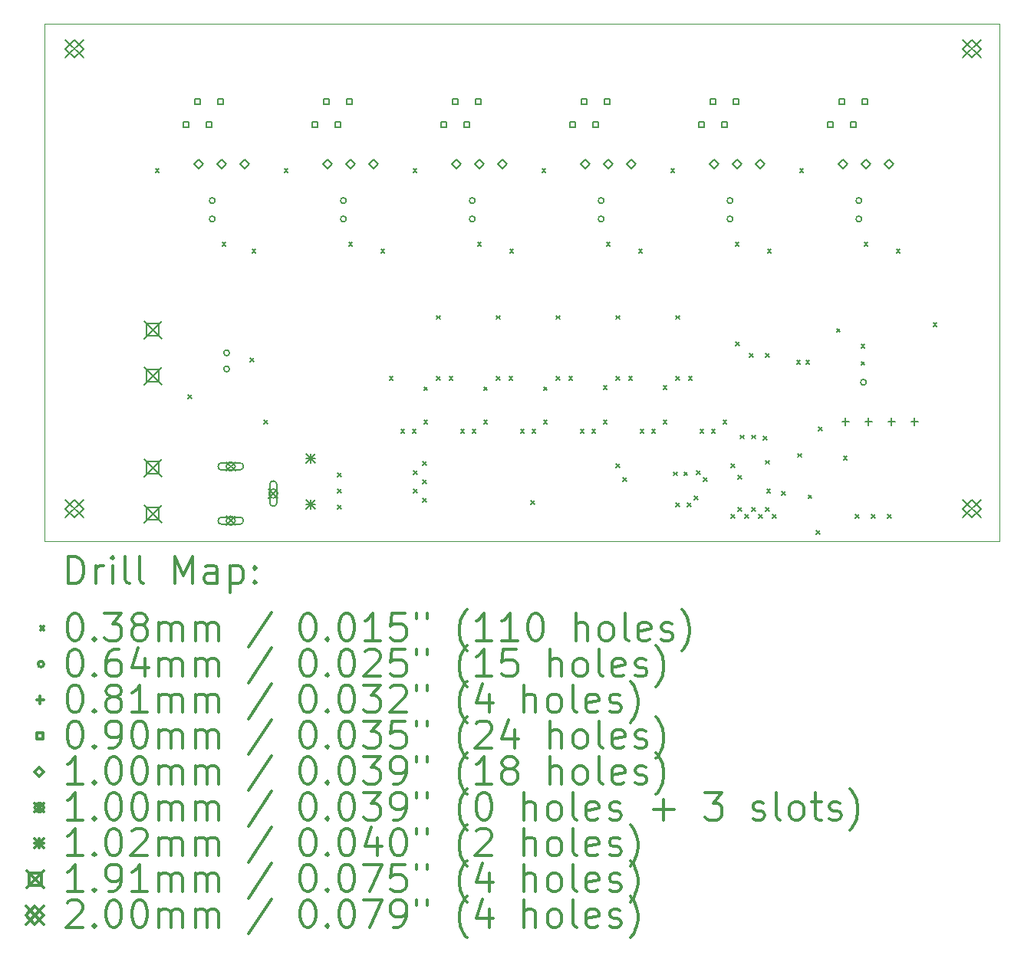
<source format=gbr>
%FSLAX45Y45*%
G04 Gerber Fmt 4.5, Leading zero omitted, Abs format (unit mm)*
G04 Created by KiCad (PCBNEW 4.0.7-e2-6376~58~ubuntu16.04.1) date Sun Apr  1 14:41:14 2018*
%MOMM*%
%LPD*%
G01*
G04 APERTURE LIST*
%ADD10C,0.127000*%
%ADD11C,0.100000*%
%ADD12C,0.200000*%
%ADD13C,0.300000*%
G04 APERTURE END LIST*
D10*
D11*
X2413000Y-12446000D02*
X2413000Y-6731000D01*
X12954000Y-12446000D02*
X2413000Y-12446000D01*
X12954000Y-6731000D02*
X12954000Y-12446000D01*
X2413000Y-6731000D02*
X12954000Y-6731000D01*
D12*
X3638550Y-8337550D02*
X3676650Y-8375650D01*
X3676650Y-8337550D02*
X3638550Y-8375650D01*
X3999230Y-10831830D02*
X4037330Y-10869930D01*
X4037330Y-10831830D02*
X3999230Y-10869930D01*
X4375150Y-9150350D02*
X4413250Y-9188450D01*
X4413250Y-9150350D02*
X4375150Y-9188450D01*
X4685030Y-10425430D02*
X4723130Y-10463530D01*
X4723130Y-10425430D02*
X4685030Y-10463530D01*
X4705350Y-9226550D02*
X4743450Y-9264650D01*
X4743450Y-9226550D02*
X4705350Y-9264650D01*
X4837430Y-11111230D02*
X4875530Y-11149330D01*
X4875530Y-11111230D02*
X4837430Y-11149330D01*
X5060950Y-8337550D02*
X5099050Y-8375650D01*
X5099050Y-8337550D02*
X5060950Y-8375650D01*
X5650230Y-11695430D02*
X5688330Y-11733530D01*
X5688330Y-11695430D02*
X5650230Y-11733530D01*
X5650230Y-11873230D02*
X5688330Y-11911330D01*
X5688330Y-11873230D02*
X5650230Y-11911330D01*
X5650230Y-12051030D02*
X5688330Y-12089130D01*
X5688330Y-12051030D02*
X5650230Y-12089130D01*
X5772150Y-9150350D02*
X5810250Y-9188450D01*
X5810250Y-9150350D02*
X5772150Y-9188450D01*
X6127750Y-9226550D02*
X6165850Y-9264650D01*
X6165850Y-9226550D02*
X6127750Y-9264650D01*
X6221730Y-10628630D02*
X6259830Y-10666730D01*
X6259830Y-10628630D02*
X6221730Y-10666730D01*
X6348730Y-11212830D02*
X6386830Y-11250930D01*
X6386830Y-11212830D02*
X6348730Y-11250930D01*
X6475730Y-11212830D02*
X6513830Y-11250930D01*
X6513830Y-11212830D02*
X6475730Y-11250930D01*
X6483350Y-8337550D02*
X6521450Y-8375650D01*
X6521450Y-8337550D02*
X6483350Y-8375650D01*
X6488430Y-11670030D02*
X6526530Y-11708130D01*
X6526530Y-11670030D02*
X6488430Y-11708130D01*
X6488430Y-11873230D02*
X6526530Y-11911330D01*
X6526530Y-11873230D02*
X6488430Y-11911330D01*
X6590030Y-11568430D02*
X6628130Y-11606530D01*
X6628130Y-11568430D02*
X6590030Y-11606530D01*
X6590030Y-11771630D02*
X6628130Y-11809730D01*
X6628130Y-11771630D02*
X6590030Y-11809730D01*
X6590030Y-11974830D02*
X6628130Y-12012930D01*
X6628130Y-11974830D02*
X6590030Y-12012930D01*
X6602730Y-10742930D02*
X6640830Y-10781030D01*
X6640830Y-10742930D02*
X6602730Y-10781030D01*
X6602730Y-11111230D02*
X6640830Y-11149330D01*
X6640830Y-11111230D02*
X6602730Y-11149330D01*
X6742430Y-9955530D02*
X6780530Y-9993630D01*
X6780530Y-9955530D02*
X6742430Y-9993630D01*
X6742430Y-10628630D02*
X6780530Y-10666730D01*
X6780530Y-10628630D02*
X6742430Y-10666730D01*
X6882130Y-10628630D02*
X6920230Y-10666730D01*
X6920230Y-10628630D02*
X6882130Y-10666730D01*
X7009130Y-11212830D02*
X7047230Y-11250930D01*
X7047230Y-11212830D02*
X7009130Y-11250930D01*
X7136130Y-11212830D02*
X7174230Y-11250930D01*
X7174230Y-11212830D02*
X7136130Y-11250930D01*
X7194550Y-9150350D02*
X7232650Y-9188450D01*
X7232650Y-9150350D02*
X7194550Y-9188450D01*
X7263130Y-10742930D02*
X7301230Y-10781030D01*
X7301230Y-10742930D02*
X7263130Y-10781030D01*
X7263130Y-11111230D02*
X7301230Y-11149330D01*
X7301230Y-11111230D02*
X7263130Y-11149330D01*
X7402830Y-9955530D02*
X7440930Y-9993630D01*
X7440930Y-9955530D02*
X7402830Y-9993630D01*
X7402830Y-10628630D02*
X7440930Y-10666730D01*
X7440930Y-10628630D02*
X7402830Y-10666730D01*
X7542530Y-10628630D02*
X7580630Y-10666730D01*
X7580630Y-10628630D02*
X7542530Y-10666730D01*
X7550150Y-9226550D02*
X7588250Y-9264650D01*
X7588250Y-9226550D02*
X7550150Y-9264650D01*
X7669530Y-11212830D02*
X7707630Y-11250930D01*
X7707630Y-11212830D02*
X7669530Y-11250930D01*
X7783830Y-12000230D02*
X7821930Y-12038330D01*
X7821930Y-12000230D02*
X7783830Y-12038330D01*
X7796530Y-11212830D02*
X7834630Y-11250930D01*
X7834630Y-11212830D02*
X7796530Y-11250930D01*
X7905750Y-8337550D02*
X7943850Y-8375650D01*
X7943850Y-8337550D02*
X7905750Y-8375650D01*
X7923530Y-10742930D02*
X7961630Y-10781030D01*
X7961630Y-10742930D02*
X7923530Y-10781030D01*
X7923530Y-11111230D02*
X7961630Y-11149330D01*
X7961630Y-11111230D02*
X7923530Y-11149330D01*
X8063230Y-9955530D02*
X8101330Y-9993630D01*
X8101330Y-9955530D02*
X8063230Y-9993630D01*
X8063230Y-10628630D02*
X8101330Y-10666730D01*
X8101330Y-10628630D02*
X8063230Y-10666730D01*
X8202930Y-10628630D02*
X8241030Y-10666730D01*
X8241030Y-10628630D02*
X8202930Y-10666730D01*
X8329930Y-11212830D02*
X8368030Y-11250930D01*
X8368030Y-11212830D02*
X8329930Y-11250930D01*
X8456930Y-11212830D02*
X8495030Y-11250930D01*
X8495030Y-11212830D02*
X8456930Y-11250930D01*
X8583930Y-10730230D02*
X8622030Y-10768330D01*
X8622030Y-10730230D02*
X8583930Y-10768330D01*
X8583930Y-11111230D02*
X8622030Y-11149330D01*
X8622030Y-11111230D02*
X8583930Y-11149330D01*
X8616950Y-9150350D02*
X8655050Y-9188450D01*
X8655050Y-9150350D02*
X8616950Y-9188450D01*
X8723630Y-9955530D02*
X8761730Y-9993630D01*
X8761730Y-9955530D02*
X8723630Y-9993630D01*
X8723630Y-10628630D02*
X8761730Y-10666730D01*
X8761730Y-10628630D02*
X8723630Y-10666730D01*
X8723630Y-11593830D02*
X8761730Y-11631930D01*
X8761730Y-11593830D02*
X8723630Y-11631930D01*
X8799830Y-11746230D02*
X8837930Y-11784330D01*
X8837930Y-11746230D02*
X8799830Y-11784330D01*
X8863330Y-10628630D02*
X8901430Y-10666730D01*
X8901430Y-10628630D02*
X8863330Y-10666730D01*
X8972550Y-9226550D02*
X9010650Y-9264650D01*
X9010650Y-9226550D02*
X8972550Y-9264650D01*
X8990330Y-11212830D02*
X9028430Y-11250930D01*
X9028430Y-11212830D02*
X8990330Y-11250930D01*
X9117330Y-11212830D02*
X9155430Y-11250930D01*
X9155430Y-11212830D02*
X9117330Y-11250930D01*
X9244330Y-10730230D02*
X9282430Y-10768330D01*
X9282430Y-10730230D02*
X9244330Y-10768330D01*
X9244330Y-11111230D02*
X9282430Y-11149330D01*
X9282430Y-11111230D02*
X9244330Y-11149330D01*
X9328150Y-8337550D02*
X9366250Y-8375650D01*
X9366250Y-8337550D02*
X9328150Y-8375650D01*
X9358630Y-11682730D02*
X9396730Y-11720830D01*
X9396730Y-11682730D02*
X9358630Y-11720830D01*
X9384030Y-9955530D02*
X9422130Y-9993630D01*
X9422130Y-9955530D02*
X9384030Y-9993630D01*
X9384030Y-10628630D02*
X9422130Y-10666730D01*
X9422130Y-10628630D02*
X9384030Y-10666730D01*
X9384030Y-12025630D02*
X9422130Y-12063730D01*
X9422130Y-12025630D02*
X9384030Y-12063730D01*
X9472930Y-11682730D02*
X9511030Y-11720830D01*
X9511030Y-11682730D02*
X9472930Y-11720830D01*
X9511030Y-12025630D02*
X9549130Y-12063730D01*
X9549130Y-12025630D02*
X9511030Y-12063730D01*
X9523730Y-10628630D02*
X9561830Y-10666730D01*
X9561830Y-10628630D02*
X9523730Y-10666730D01*
X9587230Y-11949430D02*
X9625330Y-11987530D01*
X9625330Y-11949430D02*
X9587230Y-11987530D01*
X9612630Y-11670030D02*
X9650730Y-11708130D01*
X9650730Y-11670030D02*
X9612630Y-11708130D01*
X9650730Y-11212830D02*
X9688830Y-11250930D01*
X9688830Y-11212830D02*
X9650730Y-11250930D01*
X9688830Y-11746230D02*
X9726930Y-11784330D01*
X9726930Y-11746230D02*
X9688830Y-11784330D01*
X9777730Y-11212830D02*
X9815830Y-11250930D01*
X9815830Y-11212830D02*
X9777730Y-11250930D01*
X9904730Y-11111230D02*
X9942830Y-11149330D01*
X9942830Y-11111230D02*
X9904730Y-11149330D01*
X9993630Y-11593830D02*
X10031730Y-11631930D01*
X10031730Y-11593830D02*
X9993630Y-11631930D01*
X9993630Y-12152630D02*
X10031730Y-12190730D01*
X10031730Y-12152630D02*
X9993630Y-12190730D01*
X10039350Y-9150350D02*
X10077450Y-9188450D01*
X10077450Y-9150350D02*
X10039350Y-9188450D01*
X10044430Y-10247630D02*
X10082530Y-10285730D01*
X10082530Y-10247630D02*
X10044430Y-10285730D01*
X10069830Y-11720830D02*
X10107930Y-11758930D01*
X10107930Y-11720830D02*
X10069830Y-11758930D01*
X10069830Y-12076430D02*
X10107930Y-12114530D01*
X10107930Y-12076430D02*
X10069830Y-12114530D01*
X10095230Y-11276330D02*
X10133330Y-11314430D01*
X10133330Y-11276330D02*
X10095230Y-11314430D01*
X10146030Y-12152630D02*
X10184130Y-12190730D01*
X10184130Y-12152630D02*
X10146030Y-12190730D01*
X10196830Y-10374630D02*
X10234930Y-10412730D01*
X10234930Y-10374630D02*
X10196830Y-10412730D01*
X10222230Y-11276330D02*
X10260330Y-11314430D01*
X10260330Y-11276330D02*
X10222230Y-11314430D01*
X10222230Y-12076430D02*
X10260330Y-12114530D01*
X10260330Y-12076430D02*
X10222230Y-12114530D01*
X10298430Y-12152630D02*
X10336530Y-12190730D01*
X10336530Y-12152630D02*
X10298430Y-12190730D01*
X10349230Y-11289030D02*
X10387330Y-11327130D01*
X10387330Y-11289030D02*
X10349230Y-11327130D01*
X10374630Y-10374630D02*
X10412730Y-10412730D01*
X10412730Y-10374630D02*
X10374630Y-10412730D01*
X10374630Y-11555730D02*
X10412730Y-11593830D01*
X10412730Y-11555730D02*
X10374630Y-11593830D01*
X10374630Y-12076430D02*
X10412730Y-12114530D01*
X10412730Y-12076430D02*
X10374630Y-12114530D01*
X10387330Y-11873230D02*
X10425430Y-11911330D01*
X10425430Y-11873230D02*
X10387330Y-11911330D01*
X10394950Y-9226550D02*
X10433050Y-9264650D01*
X10433050Y-9226550D02*
X10394950Y-9264650D01*
X10450830Y-12152630D02*
X10488930Y-12190730D01*
X10488930Y-12152630D02*
X10450830Y-12190730D01*
X10552430Y-11898630D02*
X10590530Y-11936730D01*
X10590530Y-11898630D02*
X10552430Y-11936730D01*
X10717530Y-10450830D02*
X10755630Y-10488930D01*
X10755630Y-10450830D02*
X10717530Y-10488930D01*
X10730230Y-11479530D02*
X10768330Y-11517630D01*
X10768330Y-11479530D02*
X10730230Y-11517630D01*
X10750550Y-8337550D02*
X10788650Y-8375650D01*
X10788650Y-8337550D02*
X10750550Y-8375650D01*
X10819130Y-10450830D02*
X10857230Y-10488930D01*
X10857230Y-10450830D02*
X10819130Y-10488930D01*
X10844530Y-11936730D02*
X10882630Y-11974830D01*
X10882630Y-11936730D02*
X10844530Y-11974830D01*
X10933430Y-12330430D02*
X10971530Y-12368530D01*
X10971530Y-12330430D02*
X10933430Y-12368530D01*
X10958830Y-11187430D02*
X10996930Y-11225530D01*
X10996930Y-11187430D02*
X10958830Y-11225530D01*
X11156950Y-10100310D02*
X11195050Y-10138410D01*
X11195050Y-10100310D02*
X11156950Y-10138410D01*
X11233150Y-11512550D02*
X11271250Y-11550650D01*
X11271250Y-11512550D02*
X11233150Y-11550650D01*
X11365230Y-12152630D02*
X11403330Y-12190730D01*
X11403330Y-12152630D02*
X11365230Y-12190730D01*
X11428730Y-10273030D02*
X11466830Y-10311130D01*
X11466830Y-10273030D02*
X11428730Y-10311130D01*
X11428730Y-10463530D02*
X11466830Y-10501630D01*
X11466830Y-10463530D02*
X11428730Y-10501630D01*
X11461750Y-9150350D02*
X11499850Y-9188450D01*
X11499850Y-9150350D02*
X11461750Y-9188450D01*
X11543030Y-12152630D02*
X11581130Y-12190730D01*
X11581130Y-12152630D02*
X11543030Y-12190730D01*
X11720830Y-12152630D02*
X11758930Y-12190730D01*
X11758930Y-12152630D02*
X11720830Y-12190730D01*
X11817350Y-9226550D02*
X11855450Y-9264650D01*
X11855450Y-9226550D02*
X11817350Y-9264650D01*
X12223750Y-10039350D02*
X12261850Y-10077450D01*
X12261850Y-10039350D02*
X12223750Y-10077450D01*
X4298950Y-8686800D02*
G75*
G03X4298950Y-8686800I-31750J0D01*
G01*
X4298950Y-8890000D02*
G75*
G03X4298950Y-8890000I-31750J0D01*
G01*
X4456430Y-10368280D02*
G75*
G03X4456430Y-10368280I-31750J0D01*
G01*
X4456430Y-10546080D02*
G75*
G03X4456430Y-10546080I-31750J0D01*
G01*
X5746750Y-8686800D02*
G75*
G03X5746750Y-8686800I-31750J0D01*
G01*
X5746750Y-8890000D02*
G75*
G03X5746750Y-8890000I-31750J0D01*
G01*
X7169150Y-8686800D02*
G75*
G03X7169150Y-8686800I-31750J0D01*
G01*
X7169150Y-8890000D02*
G75*
G03X7169150Y-8890000I-31750J0D01*
G01*
X8591550Y-8686800D02*
G75*
G03X8591550Y-8686800I-31750J0D01*
G01*
X8591550Y-8890000D02*
G75*
G03X8591550Y-8890000I-31750J0D01*
G01*
X10013950Y-8686800D02*
G75*
G03X10013950Y-8686800I-31750J0D01*
G01*
X10013950Y-8890000D02*
G75*
G03X10013950Y-8890000I-31750J0D01*
G01*
X11436350Y-8686800D02*
G75*
G03X11436350Y-8686800I-31750J0D01*
G01*
X11436350Y-8890000D02*
G75*
G03X11436350Y-8890000I-31750J0D01*
G01*
X11487150Y-10693400D02*
G75*
G03X11487150Y-10693400I-31750J0D01*
G01*
X11257280Y-11089640D02*
X11257280Y-11170920D01*
X11216640Y-11130280D02*
X11297920Y-11130280D01*
X11511280Y-11089640D02*
X11511280Y-11170920D01*
X11470640Y-11130280D02*
X11551920Y-11130280D01*
X11765280Y-11089640D02*
X11765280Y-11170920D01*
X11724640Y-11130280D02*
X11805920Y-11130280D01*
X12019280Y-11089640D02*
X12019280Y-11170920D01*
X11978640Y-11130280D02*
X12059920Y-11130280D01*
X4006920Y-7880420D02*
X4006920Y-7816780D01*
X3943280Y-7816780D01*
X3943280Y-7880420D01*
X4006920Y-7880420D01*
X4133920Y-7626420D02*
X4133920Y-7562780D01*
X4070280Y-7562780D01*
X4070280Y-7626420D01*
X4133920Y-7626420D01*
X4260920Y-7880420D02*
X4260920Y-7816780D01*
X4197280Y-7816780D01*
X4197280Y-7880420D01*
X4260920Y-7880420D01*
X4387920Y-7626420D02*
X4387920Y-7562780D01*
X4324280Y-7562780D01*
X4324280Y-7626420D01*
X4387920Y-7626420D01*
X5429320Y-7880420D02*
X5429320Y-7816780D01*
X5365680Y-7816780D01*
X5365680Y-7880420D01*
X5429320Y-7880420D01*
X5556320Y-7626420D02*
X5556320Y-7562780D01*
X5492680Y-7562780D01*
X5492680Y-7626420D01*
X5556320Y-7626420D01*
X5683320Y-7880420D02*
X5683320Y-7816780D01*
X5619680Y-7816780D01*
X5619680Y-7880420D01*
X5683320Y-7880420D01*
X5810320Y-7626420D02*
X5810320Y-7562780D01*
X5746680Y-7562780D01*
X5746680Y-7626420D01*
X5810320Y-7626420D01*
X6851720Y-7880420D02*
X6851720Y-7816780D01*
X6788080Y-7816780D01*
X6788080Y-7880420D01*
X6851720Y-7880420D01*
X6978720Y-7626420D02*
X6978720Y-7562780D01*
X6915080Y-7562780D01*
X6915080Y-7626420D01*
X6978720Y-7626420D01*
X7105720Y-7880420D02*
X7105720Y-7816780D01*
X7042080Y-7816780D01*
X7042080Y-7880420D01*
X7105720Y-7880420D01*
X7232720Y-7626420D02*
X7232720Y-7562780D01*
X7169080Y-7562780D01*
X7169080Y-7626420D01*
X7232720Y-7626420D01*
X8274120Y-7880420D02*
X8274120Y-7816780D01*
X8210480Y-7816780D01*
X8210480Y-7880420D01*
X8274120Y-7880420D01*
X8401120Y-7626420D02*
X8401120Y-7562780D01*
X8337480Y-7562780D01*
X8337480Y-7626420D01*
X8401120Y-7626420D01*
X8528120Y-7880420D02*
X8528120Y-7816780D01*
X8464480Y-7816780D01*
X8464480Y-7880420D01*
X8528120Y-7880420D01*
X8655120Y-7626420D02*
X8655120Y-7562780D01*
X8591480Y-7562780D01*
X8591480Y-7626420D01*
X8655120Y-7626420D01*
X9696520Y-7880420D02*
X9696520Y-7816780D01*
X9632880Y-7816780D01*
X9632880Y-7880420D01*
X9696520Y-7880420D01*
X9823520Y-7626420D02*
X9823520Y-7562780D01*
X9759880Y-7562780D01*
X9759880Y-7626420D01*
X9823520Y-7626420D01*
X9950520Y-7880420D02*
X9950520Y-7816780D01*
X9886880Y-7816780D01*
X9886880Y-7880420D01*
X9950520Y-7880420D01*
X10077520Y-7626420D02*
X10077520Y-7562780D01*
X10013880Y-7562780D01*
X10013880Y-7626420D01*
X10077520Y-7626420D01*
X11118920Y-7880420D02*
X11118920Y-7816780D01*
X11055280Y-7816780D01*
X11055280Y-7880420D01*
X11118920Y-7880420D01*
X11245920Y-7626420D02*
X11245920Y-7562780D01*
X11182280Y-7562780D01*
X11182280Y-7626420D01*
X11245920Y-7626420D01*
X11372920Y-7880420D02*
X11372920Y-7816780D01*
X11309280Y-7816780D01*
X11309280Y-7880420D01*
X11372920Y-7880420D01*
X11499920Y-7626420D02*
X11499920Y-7562780D01*
X11436280Y-7562780D01*
X11436280Y-7626420D01*
X11499920Y-7626420D01*
X4114800Y-8330400D02*
X4164800Y-8280400D01*
X4114800Y-8230400D01*
X4064800Y-8280400D01*
X4114800Y-8330400D01*
X4368800Y-8330400D02*
X4418800Y-8280400D01*
X4368800Y-8230400D01*
X4318800Y-8280400D01*
X4368800Y-8330400D01*
X4622800Y-8330400D02*
X4672800Y-8280400D01*
X4622800Y-8230400D01*
X4572800Y-8280400D01*
X4622800Y-8330400D01*
X5537200Y-8330400D02*
X5587200Y-8280400D01*
X5537200Y-8230400D01*
X5487200Y-8280400D01*
X5537200Y-8330400D01*
X5791200Y-8330400D02*
X5841200Y-8280400D01*
X5791200Y-8230400D01*
X5741200Y-8280400D01*
X5791200Y-8330400D01*
X6045200Y-8330400D02*
X6095200Y-8280400D01*
X6045200Y-8230400D01*
X5995200Y-8280400D01*
X6045200Y-8330400D01*
X6959600Y-8330400D02*
X7009600Y-8280400D01*
X6959600Y-8230400D01*
X6909600Y-8280400D01*
X6959600Y-8330400D01*
X7213600Y-8330400D02*
X7263600Y-8280400D01*
X7213600Y-8230400D01*
X7163600Y-8280400D01*
X7213600Y-8330400D01*
X7467600Y-8330400D02*
X7517600Y-8280400D01*
X7467600Y-8230400D01*
X7417600Y-8280400D01*
X7467600Y-8330400D01*
X8382000Y-8330400D02*
X8432000Y-8280400D01*
X8382000Y-8230400D01*
X8332000Y-8280400D01*
X8382000Y-8330400D01*
X8636000Y-8330400D02*
X8686000Y-8280400D01*
X8636000Y-8230400D01*
X8586000Y-8280400D01*
X8636000Y-8330400D01*
X8890000Y-8330400D02*
X8940000Y-8280400D01*
X8890000Y-8230400D01*
X8840000Y-8280400D01*
X8890000Y-8330400D01*
X9804400Y-8330400D02*
X9854400Y-8280400D01*
X9804400Y-8230400D01*
X9754400Y-8280400D01*
X9804400Y-8330400D01*
X10058400Y-8330400D02*
X10108400Y-8280400D01*
X10058400Y-8230400D01*
X10008400Y-8280400D01*
X10058400Y-8330400D01*
X10312400Y-8330400D02*
X10362400Y-8280400D01*
X10312400Y-8230400D01*
X10262400Y-8280400D01*
X10312400Y-8330400D01*
X11226800Y-8330400D02*
X11276800Y-8280400D01*
X11226800Y-8230400D01*
X11176800Y-8280400D01*
X11226800Y-8330400D01*
X11480800Y-8330400D02*
X11530800Y-8280400D01*
X11480800Y-8230400D01*
X11430800Y-8280400D01*
X11480800Y-8330400D01*
X11734800Y-8330400D02*
X11784800Y-8280400D01*
X11734800Y-8230400D01*
X11684800Y-8280400D01*
X11734800Y-8330400D01*
X4420362Y-11572748D02*
X4520438Y-11672824D01*
X4520438Y-11572748D02*
X4420362Y-11672824D01*
X4520438Y-11622786D02*
G75*
G03X4520438Y-11622786I-50038J0D01*
G01*
X4370451Y-11662824D02*
X4570349Y-11662824D01*
X4370451Y-11582748D02*
X4570349Y-11582748D01*
X4570349Y-11662824D02*
G75*
G03X4570349Y-11582748I0J40038D01*
G01*
X4370451Y-11582748D02*
G75*
G03X4370451Y-11662824I0J-40038D01*
G01*
X4420362Y-12172696D02*
X4520438Y-12272772D01*
X4520438Y-12172696D02*
X4420362Y-12272772D01*
X4520438Y-12222734D02*
G75*
G03X4520438Y-12222734I-50038J0D01*
G01*
X4370451Y-12262772D02*
X4570349Y-12262772D01*
X4370451Y-12182696D02*
X4570349Y-12182696D01*
X4570349Y-12262772D02*
G75*
G03X4570349Y-12182696I0J40038D01*
G01*
X4370451Y-12182696D02*
G75*
G03X4370451Y-12262772I0J-40038D01*
G01*
X4890262Y-11872722D02*
X4990338Y-11972798D01*
X4990338Y-11872722D02*
X4890262Y-11972798D01*
X4990338Y-11922760D02*
G75*
G03X4990338Y-11922760I-50038J0D01*
G01*
X4980338Y-12022709D02*
X4980338Y-11822811D01*
X4900262Y-12022709D02*
X4900262Y-11822811D01*
X4980338Y-11822811D02*
G75*
G03X4900262Y-11822811I-40038J0D01*
G01*
X4900262Y-12022709D02*
G75*
G03X4980338Y-12022709I40038J0D01*
G01*
X5300980Y-11485880D02*
X5402580Y-11587480D01*
X5402580Y-11485880D02*
X5300980Y-11587480D01*
X5351780Y-11485880D02*
X5351780Y-11587480D01*
X5300980Y-11536680D02*
X5402580Y-11536680D01*
X5300980Y-11993880D02*
X5402580Y-12095480D01*
X5402580Y-11993880D02*
X5300980Y-12095480D01*
X5351780Y-11993880D02*
X5351780Y-12095480D01*
X5300980Y-12044680D02*
X5402580Y-12044680D01*
X3516630Y-10019030D02*
X3707130Y-10209530D01*
X3707130Y-10019030D02*
X3516630Y-10209530D01*
X3679233Y-10181633D02*
X3679233Y-10046927D01*
X3544527Y-10046927D01*
X3544527Y-10181633D01*
X3679233Y-10181633D01*
X3516630Y-10527030D02*
X3707130Y-10717530D01*
X3707130Y-10527030D02*
X3516630Y-10717530D01*
X3679233Y-10689633D02*
X3679233Y-10554927D01*
X3544527Y-10554927D01*
X3544527Y-10689633D01*
X3679233Y-10689633D01*
X3516630Y-11543030D02*
X3707130Y-11733530D01*
X3707130Y-11543030D02*
X3516630Y-11733530D01*
X3679233Y-11705633D02*
X3679233Y-11570927D01*
X3544527Y-11570927D01*
X3544527Y-11705633D01*
X3679233Y-11705633D01*
X3516630Y-12051030D02*
X3707130Y-12241530D01*
X3707130Y-12051030D02*
X3516630Y-12241530D01*
X3679233Y-12213633D02*
X3679233Y-12078927D01*
X3544527Y-12078927D01*
X3544527Y-12213633D01*
X3679233Y-12213633D01*
X2643251Y-6910451D02*
X2843149Y-7110349D01*
X2843149Y-6910451D02*
X2643251Y-7110349D01*
X2743200Y-7110349D02*
X2843149Y-7010400D01*
X2743200Y-6910451D01*
X2643251Y-7010400D01*
X2743200Y-7110349D01*
X2643251Y-11990451D02*
X2843149Y-12190349D01*
X2843149Y-11990451D02*
X2643251Y-12190349D01*
X2743200Y-12190349D02*
X2843149Y-12090400D01*
X2743200Y-11990451D01*
X2643251Y-12090400D01*
X2743200Y-12190349D01*
X12549251Y-6910451D02*
X12749149Y-7110349D01*
X12749149Y-6910451D02*
X12549251Y-7110349D01*
X12649200Y-7110349D02*
X12749149Y-7010400D01*
X12649200Y-6910451D01*
X12549251Y-7010400D01*
X12649200Y-7110349D01*
X12549251Y-11990451D02*
X12749149Y-12190349D01*
X12749149Y-11990451D02*
X12549251Y-12190349D01*
X12649200Y-12190349D02*
X12749149Y-12090400D01*
X12649200Y-11990451D01*
X12549251Y-12090400D01*
X12649200Y-12190349D01*
D13*
X2679429Y-12916714D02*
X2679429Y-12616714D01*
X2750857Y-12616714D01*
X2793714Y-12631000D01*
X2822286Y-12659571D01*
X2836571Y-12688143D01*
X2850857Y-12745286D01*
X2850857Y-12788143D01*
X2836571Y-12845286D01*
X2822286Y-12873857D01*
X2793714Y-12902429D01*
X2750857Y-12916714D01*
X2679429Y-12916714D01*
X2979428Y-12916714D02*
X2979428Y-12716714D01*
X2979428Y-12773857D02*
X2993714Y-12745286D01*
X3008000Y-12731000D01*
X3036571Y-12716714D01*
X3065143Y-12716714D01*
X3165143Y-12916714D02*
X3165143Y-12716714D01*
X3165143Y-12616714D02*
X3150857Y-12631000D01*
X3165143Y-12645286D01*
X3179428Y-12631000D01*
X3165143Y-12616714D01*
X3165143Y-12645286D01*
X3350857Y-12916714D02*
X3322286Y-12902429D01*
X3308000Y-12873857D01*
X3308000Y-12616714D01*
X3508000Y-12916714D02*
X3479428Y-12902429D01*
X3465143Y-12873857D01*
X3465143Y-12616714D01*
X3850857Y-12916714D02*
X3850857Y-12616714D01*
X3950857Y-12831000D01*
X4050857Y-12616714D01*
X4050857Y-12916714D01*
X4322286Y-12916714D02*
X4322286Y-12759571D01*
X4308000Y-12731000D01*
X4279429Y-12716714D01*
X4222286Y-12716714D01*
X4193714Y-12731000D01*
X4322286Y-12902429D02*
X4293714Y-12916714D01*
X4222286Y-12916714D01*
X4193714Y-12902429D01*
X4179428Y-12873857D01*
X4179428Y-12845286D01*
X4193714Y-12816714D01*
X4222286Y-12802429D01*
X4293714Y-12802429D01*
X4322286Y-12788143D01*
X4465143Y-12716714D02*
X4465143Y-13016714D01*
X4465143Y-12731000D02*
X4493714Y-12716714D01*
X4550857Y-12716714D01*
X4579429Y-12731000D01*
X4593714Y-12745286D01*
X4608000Y-12773857D01*
X4608000Y-12859571D01*
X4593714Y-12888143D01*
X4579429Y-12902429D01*
X4550857Y-12916714D01*
X4493714Y-12916714D01*
X4465143Y-12902429D01*
X4736571Y-12888143D02*
X4750857Y-12902429D01*
X4736571Y-12916714D01*
X4722286Y-12902429D01*
X4736571Y-12888143D01*
X4736571Y-12916714D01*
X4736571Y-12731000D02*
X4750857Y-12745286D01*
X4736571Y-12759571D01*
X4722286Y-12745286D01*
X4736571Y-12731000D01*
X4736571Y-12759571D01*
X2369900Y-13391950D02*
X2408000Y-13430050D01*
X2408000Y-13391950D02*
X2369900Y-13430050D01*
X2736571Y-13246714D02*
X2765143Y-13246714D01*
X2793714Y-13261000D01*
X2808000Y-13275286D01*
X2822286Y-13303857D01*
X2836571Y-13361000D01*
X2836571Y-13432429D01*
X2822286Y-13489571D01*
X2808000Y-13518143D01*
X2793714Y-13532429D01*
X2765143Y-13546714D01*
X2736571Y-13546714D01*
X2708000Y-13532429D01*
X2693714Y-13518143D01*
X2679429Y-13489571D01*
X2665143Y-13432429D01*
X2665143Y-13361000D01*
X2679429Y-13303857D01*
X2693714Y-13275286D01*
X2708000Y-13261000D01*
X2736571Y-13246714D01*
X2965143Y-13518143D02*
X2979428Y-13532429D01*
X2965143Y-13546714D01*
X2950857Y-13532429D01*
X2965143Y-13518143D01*
X2965143Y-13546714D01*
X3079428Y-13246714D02*
X3265143Y-13246714D01*
X3165143Y-13361000D01*
X3208000Y-13361000D01*
X3236571Y-13375286D01*
X3250857Y-13389571D01*
X3265143Y-13418143D01*
X3265143Y-13489571D01*
X3250857Y-13518143D01*
X3236571Y-13532429D01*
X3208000Y-13546714D01*
X3122286Y-13546714D01*
X3093714Y-13532429D01*
X3079428Y-13518143D01*
X3436571Y-13375286D02*
X3408000Y-13361000D01*
X3393714Y-13346714D01*
X3379428Y-13318143D01*
X3379428Y-13303857D01*
X3393714Y-13275286D01*
X3408000Y-13261000D01*
X3436571Y-13246714D01*
X3493714Y-13246714D01*
X3522286Y-13261000D01*
X3536571Y-13275286D01*
X3550857Y-13303857D01*
X3550857Y-13318143D01*
X3536571Y-13346714D01*
X3522286Y-13361000D01*
X3493714Y-13375286D01*
X3436571Y-13375286D01*
X3408000Y-13389571D01*
X3393714Y-13403857D01*
X3379428Y-13432429D01*
X3379428Y-13489571D01*
X3393714Y-13518143D01*
X3408000Y-13532429D01*
X3436571Y-13546714D01*
X3493714Y-13546714D01*
X3522286Y-13532429D01*
X3536571Y-13518143D01*
X3550857Y-13489571D01*
X3550857Y-13432429D01*
X3536571Y-13403857D01*
X3522286Y-13389571D01*
X3493714Y-13375286D01*
X3679428Y-13546714D02*
X3679428Y-13346714D01*
X3679428Y-13375286D02*
X3693714Y-13361000D01*
X3722286Y-13346714D01*
X3765143Y-13346714D01*
X3793714Y-13361000D01*
X3808000Y-13389571D01*
X3808000Y-13546714D01*
X3808000Y-13389571D02*
X3822286Y-13361000D01*
X3850857Y-13346714D01*
X3893714Y-13346714D01*
X3922286Y-13361000D01*
X3936571Y-13389571D01*
X3936571Y-13546714D01*
X4079428Y-13546714D02*
X4079428Y-13346714D01*
X4079428Y-13375286D02*
X4093714Y-13361000D01*
X4122286Y-13346714D01*
X4165143Y-13346714D01*
X4193714Y-13361000D01*
X4208000Y-13389571D01*
X4208000Y-13546714D01*
X4208000Y-13389571D02*
X4222286Y-13361000D01*
X4250857Y-13346714D01*
X4293714Y-13346714D01*
X4322286Y-13361000D01*
X4336571Y-13389571D01*
X4336571Y-13546714D01*
X4922286Y-13232429D02*
X4665143Y-13618143D01*
X5308000Y-13246714D02*
X5336571Y-13246714D01*
X5365143Y-13261000D01*
X5379428Y-13275286D01*
X5393714Y-13303857D01*
X5408000Y-13361000D01*
X5408000Y-13432429D01*
X5393714Y-13489571D01*
X5379428Y-13518143D01*
X5365143Y-13532429D01*
X5336571Y-13546714D01*
X5308000Y-13546714D01*
X5279428Y-13532429D01*
X5265143Y-13518143D01*
X5250857Y-13489571D01*
X5236571Y-13432429D01*
X5236571Y-13361000D01*
X5250857Y-13303857D01*
X5265143Y-13275286D01*
X5279428Y-13261000D01*
X5308000Y-13246714D01*
X5536571Y-13518143D02*
X5550857Y-13532429D01*
X5536571Y-13546714D01*
X5522286Y-13532429D01*
X5536571Y-13518143D01*
X5536571Y-13546714D01*
X5736571Y-13246714D02*
X5765143Y-13246714D01*
X5793714Y-13261000D01*
X5808000Y-13275286D01*
X5822285Y-13303857D01*
X5836571Y-13361000D01*
X5836571Y-13432429D01*
X5822285Y-13489571D01*
X5808000Y-13518143D01*
X5793714Y-13532429D01*
X5765143Y-13546714D01*
X5736571Y-13546714D01*
X5708000Y-13532429D01*
X5693714Y-13518143D01*
X5679428Y-13489571D01*
X5665143Y-13432429D01*
X5665143Y-13361000D01*
X5679428Y-13303857D01*
X5693714Y-13275286D01*
X5708000Y-13261000D01*
X5736571Y-13246714D01*
X6122285Y-13546714D02*
X5950857Y-13546714D01*
X6036571Y-13546714D02*
X6036571Y-13246714D01*
X6008000Y-13289571D01*
X5979428Y-13318143D01*
X5950857Y-13332429D01*
X6393714Y-13246714D02*
X6250857Y-13246714D01*
X6236571Y-13389571D01*
X6250857Y-13375286D01*
X6279428Y-13361000D01*
X6350857Y-13361000D01*
X6379428Y-13375286D01*
X6393714Y-13389571D01*
X6408000Y-13418143D01*
X6408000Y-13489571D01*
X6393714Y-13518143D01*
X6379428Y-13532429D01*
X6350857Y-13546714D01*
X6279428Y-13546714D01*
X6250857Y-13532429D01*
X6236571Y-13518143D01*
X6522286Y-13246714D02*
X6522286Y-13303857D01*
X6636571Y-13246714D02*
X6636571Y-13303857D01*
X7079428Y-13661000D02*
X7065143Y-13646714D01*
X7036571Y-13603857D01*
X7022285Y-13575286D01*
X7008000Y-13532429D01*
X6993714Y-13461000D01*
X6993714Y-13403857D01*
X7008000Y-13332429D01*
X7022285Y-13289571D01*
X7036571Y-13261000D01*
X7065143Y-13218143D01*
X7079428Y-13203857D01*
X7350857Y-13546714D02*
X7179428Y-13546714D01*
X7265143Y-13546714D02*
X7265143Y-13246714D01*
X7236571Y-13289571D01*
X7208000Y-13318143D01*
X7179428Y-13332429D01*
X7636571Y-13546714D02*
X7465143Y-13546714D01*
X7550857Y-13546714D02*
X7550857Y-13246714D01*
X7522285Y-13289571D01*
X7493714Y-13318143D01*
X7465143Y-13332429D01*
X7822285Y-13246714D02*
X7850857Y-13246714D01*
X7879428Y-13261000D01*
X7893714Y-13275286D01*
X7908000Y-13303857D01*
X7922285Y-13361000D01*
X7922285Y-13432429D01*
X7908000Y-13489571D01*
X7893714Y-13518143D01*
X7879428Y-13532429D01*
X7850857Y-13546714D01*
X7822285Y-13546714D01*
X7793714Y-13532429D01*
X7779428Y-13518143D01*
X7765143Y-13489571D01*
X7750857Y-13432429D01*
X7750857Y-13361000D01*
X7765143Y-13303857D01*
X7779428Y-13275286D01*
X7793714Y-13261000D01*
X7822285Y-13246714D01*
X8279428Y-13546714D02*
X8279428Y-13246714D01*
X8408000Y-13546714D02*
X8408000Y-13389571D01*
X8393714Y-13361000D01*
X8365143Y-13346714D01*
X8322285Y-13346714D01*
X8293714Y-13361000D01*
X8279428Y-13375286D01*
X8593714Y-13546714D02*
X8565143Y-13532429D01*
X8550857Y-13518143D01*
X8536571Y-13489571D01*
X8536571Y-13403857D01*
X8550857Y-13375286D01*
X8565143Y-13361000D01*
X8593714Y-13346714D01*
X8636571Y-13346714D01*
X8665143Y-13361000D01*
X8679428Y-13375286D01*
X8693714Y-13403857D01*
X8693714Y-13489571D01*
X8679428Y-13518143D01*
X8665143Y-13532429D01*
X8636571Y-13546714D01*
X8593714Y-13546714D01*
X8865143Y-13546714D02*
X8836571Y-13532429D01*
X8822286Y-13503857D01*
X8822286Y-13246714D01*
X9093714Y-13532429D02*
X9065143Y-13546714D01*
X9008000Y-13546714D01*
X8979429Y-13532429D01*
X8965143Y-13503857D01*
X8965143Y-13389571D01*
X8979429Y-13361000D01*
X9008000Y-13346714D01*
X9065143Y-13346714D01*
X9093714Y-13361000D01*
X9108000Y-13389571D01*
X9108000Y-13418143D01*
X8965143Y-13446714D01*
X9222286Y-13532429D02*
X9250857Y-13546714D01*
X9308000Y-13546714D01*
X9336571Y-13532429D01*
X9350857Y-13503857D01*
X9350857Y-13489571D01*
X9336571Y-13461000D01*
X9308000Y-13446714D01*
X9265143Y-13446714D01*
X9236571Y-13432429D01*
X9222286Y-13403857D01*
X9222286Y-13389571D01*
X9236571Y-13361000D01*
X9265143Y-13346714D01*
X9308000Y-13346714D01*
X9336571Y-13361000D01*
X9450857Y-13661000D02*
X9465143Y-13646714D01*
X9493714Y-13603857D01*
X9508000Y-13575286D01*
X9522286Y-13532429D01*
X9536571Y-13461000D01*
X9536571Y-13403857D01*
X9522286Y-13332429D01*
X9508000Y-13289571D01*
X9493714Y-13261000D01*
X9465143Y-13218143D01*
X9450857Y-13203857D01*
X2408000Y-13807000D02*
G75*
G03X2408000Y-13807000I-31750J0D01*
G01*
X2736571Y-13642714D02*
X2765143Y-13642714D01*
X2793714Y-13657000D01*
X2808000Y-13671286D01*
X2822286Y-13699857D01*
X2836571Y-13757000D01*
X2836571Y-13828429D01*
X2822286Y-13885571D01*
X2808000Y-13914143D01*
X2793714Y-13928429D01*
X2765143Y-13942714D01*
X2736571Y-13942714D01*
X2708000Y-13928429D01*
X2693714Y-13914143D01*
X2679429Y-13885571D01*
X2665143Y-13828429D01*
X2665143Y-13757000D01*
X2679429Y-13699857D01*
X2693714Y-13671286D01*
X2708000Y-13657000D01*
X2736571Y-13642714D01*
X2965143Y-13914143D02*
X2979428Y-13928429D01*
X2965143Y-13942714D01*
X2950857Y-13928429D01*
X2965143Y-13914143D01*
X2965143Y-13942714D01*
X3236571Y-13642714D02*
X3179428Y-13642714D01*
X3150857Y-13657000D01*
X3136571Y-13671286D01*
X3108000Y-13714143D01*
X3093714Y-13771286D01*
X3093714Y-13885571D01*
X3108000Y-13914143D01*
X3122286Y-13928429D01*
X3150857Y-13942714D01*
X3208000Y-13942714D01*
X3236571Y-13928429D01*
X3250857Y-13914143D01*
X3265143Y-13885571D01*
X3265143Y-13814143D01*
X3250857Y-13785571D01*
X3236571Y-13771286D01*
X3208000Y-13757000D01*
X3150857Y-13757000D01*
X3122286Y-13771286D01*
X3108000Y-13785571D01*
X3093714Y-13814143D01*
X3522286Y-13742714D02*
X3522286Y-13942714D01*
X3450857Y-13628429D02*
X3379428Y-13842714D01*
X3565143Y-13842714D01*
X3679428Y-13942714D02*
X3679428Y-13742714D01*
X3679428Y-13771286D02*
X3693714Y-13757000D01*
X3722286Y-13742714D01*
X3765143Y-13742714D01*
X3793714Y-13757000D01*
X3808000Y-13785571D01*
X3808000Y-13942714D01*
X3808000Y-13785571D02*
X3822286Y-13757000D01*
X3850857Y-13742714D01*
X3893714Y-13742714D01*
X3922286Y-13757000D01*
X3936571Y-13785571D01*
X3936571Y-13942714D01*
X4079428Y-13942714D02*
X4079428Y-13742714D01*
X4079428Y-13771286D02*
X4093714Y-13757000D01*
X4122286Y-13742714D01*
X4165143Y-13742714D01*
X4193714Y-13757000D01*
X4208000Y-13785571D01*
X4208000Y-13942714D01*
X4208000Y-13785571D02*
X4222286Y-13757000D01*
X4250857Y-13742714D01*
X4293714Y-13742714D01*
X4322286Y-13757000D01*
X4336571Y-13785571D01*
X4336571Y-13942714D01*
X4922286Y-13628429D02*
X4665143Y-14014143D01*
X5308000Y-13642714D02*
X5336571Y-13642714D01*
X5365143Y-13657000D01*
X5379428Y-13671286D01*
X5393714Y-13699857D01*
X5408000Y-13757000D01*
X5408000Y-13828429D01*
X5393714Y-13885571D01*
X5379428Y-13914143D01*
X5365143Y-13928429D01*
X5336571Y-13942714D01*
X5308000Y-13942714D01*
X5279428Y-13928429D01*
X5265143Y-13914143D01*
X5250857Y-13885571D01*
X5236571Y-13828429D01*
X5236571Y-13757000D01*
X5250857Y-13699857D01*
X5265143Y-13671286D01*
X5279428Y-13657000D01*
X5308000Y-13642714D01*
X5536571Y-13914143D02*
X5550857Y-13928429D01*
X5536571Y-13942714D01*
X5522286Y-13928429D01*
X5536571Y-13914143D01*
X5536571Y-13942714D01*
X5736571Y-13642714D02*
X5765143Y-13642714D01*
X5793714Y-13657000D01*
X5808000Y-13671286D01*
X5822285Y-13699857D01*
X5836571Y-13757000D01*
X5836571Y-13828429D01*
X5822285Y-13885571D01*
X5808000Y-13914143D01*
X5793714Y-13928429D01*
X5765143Y-13942714D01*
X5736571Y-13942714D01*
X5708000Y-13928429D01*
X5693714Y-13914143D01*
X5679428Y-13885571D01*
X5665143Y-13828429D01*
X5665143Y-13757000D01*
X5679428Y-13699857D01*
X5693714Y-13671286D01*
X5708000Y-13657000D01*
X5736571Y-13642714D01*
X5950857Y-13671286D02*
X5965143Y-13657000D01*
X5993714Y-13642714D01*
X6065143Y-13642714D01*
X6093714Y-13657000D01*
X6108000Y-13671286D01*
X6122285Y-13699857D01*
X6122285Y-13728429D01*
X6108000Y-13771286D01*
X5936571Y-13942714D01*
X6122285Y-13942714D01*
X6393714Y-13642714D02*
X6250857Y-13642714D01*
X6236571Y-13785571D01*
X6250857Y-13771286D01*
X6279428Y-13757000D01*
X6350857Y-13757000D01*
X6379428Y-13771286D01*
X6393714Y-13785571D01*
X6408000Y-13814143D01*
X6408000Y-13885571D01*
X6393714Y-13914143D01*
X6379428Y-13928429D01*
X6350857Y-13942714D01*
X6279428Y-13942714D01*
X6250857Y-13928429D01*
X6236571Y-13914143D01*
X6522286Y-13642714D02*
X6522286Y-13699857D01*
X6636571Y-13642714D02*
X6636571Y-13699857D01*
X7079428Y-14057000D02*
X7065143Y-14042714D01*
X7036571Y-13999857D01*
X7022285Y-13971286D01*
X7008000Y-13928429D01*
X6993714Y-13857000D01*
X6993714Y-13799857D01*
X7008000Y-13728429D01*
X7022285Y-13685571D01*
X7036571Y-13657000D01*
X7065143Y-13614143D01*
X7079428Y-13599857D01*
X7350857Y-13942714D02*
X7179428Y-13942714D01*
X7265143Y-13942714D02*
X7265143Y-13642714D01*
X7236571Y-13685571D01*
X7208000Y-13714143D01*
X7179428Y-13728429D01*
X7622285Y-13642714D02*
X7479428Y-13642714D01*
X7465143Y-13785571D01*
X7479428Y-13771286D01*
X7508000Y-13757000D01*
X7579428Y-13757000D01*
X7608000Y-13771286D01*
X7622285Y-13785571D01*
X7636571Y-13814143D01*
X7636571Y-13885571D01*
X7622285Y-13914143D01*
X7608000Y-13928429D01*
X7579428Y-13942714D01*
X7508000Y-13942714D01*
X7479428Y-13928429D01*
X7465143Y-13914143D01*
X7993714Y-13942714D02*
X7993714Y-13642714D01*
X8122285Y-13942714D02*
X8122285Y-13785571D01*
X8108000Y-13757000D01*
X8079428Y-13742714D01*
X8036571Y-13742714D01*
X8008000Y-13757000D01*
X7993714Y-13771286D01*
X8308000Y-13942714D02*
X8279428Y-13928429D01*
X8265143Y-13914143D01*
X8250857Y-13885571D01*
X8250857Y-13799857D01*
X8265143Y-13771286D01*
X8279428Y-13757000D01*
X8308000Y-13742714D01*
X8350857Y-13742714D01*
X8379428Y-13757000D01*
X8393714Y-13771286D01*
X8408000Y-13799857D01*
X8408000Y-13885571D01*
X8393714Y-13914143D01*
X8379428Y-13928429D01*
X8350857Y-13942714D01*
X8308000Y-13942714D01*
X8579428Y-13942714D02*
X8550857Y-13928429D01*
X8536571Y-13899857D01*
X8536571Y-13642714D01*
X8808000Y-13928429D02*
X8779429Y-13942714D01*
X8722286Y-13942714D01*
X8693714Y-13928429D01*
X8679429Y-13899857D01*
X8679429Y-13785571D01*
X8693714Y-13757000D01*
X8722286Y-13742714D01*
X8779429Y-13742714D01*
X8808000Y-13757000D01*
X8822286Y-13785571D01*
X8822286Y-13814143D01*
X8679429Y-13842714D01*
X8936571Y-13928429D02*
X8965143Y-13942714D01*
X9022286Y-13942714D01*
X9050857Y-13928429D01*
X9065143Y-13899857D01*
X9065143Y-13885571D01*
X9050857Y-13857000D01*
X9022286Y-13842714D01*
X8979429Y-13842714D01*
X8950857Y-13828429D01*
X8936571Y-13799857D01*
X8936571Y-13785571D01*
X8950857Y-13757000D01*
X8979429Y-13742714D01*
X9022286Y-13742714D01*
X9050857Y-13757000D01*
X9165143Y-14057000D02*
X9179429Y-14042714D01*
X9208000Y-13999857D01*
X9222286Y-13971286D01*
X9236571Y-13928429D01*
X9250857Y-13857000D01*
X9250857Y-13799857D01*
X9236571Y-13728429D01*
X9222286Y-13685571D01*
X9208000Y-13657000D01*
X9179429Y-13614143D01*
X9165143Y-13599857D01*
X2367360Y-14162360D02*
X2367360Y-14243640D01*
X2326720Y-14203000D02*
X2408000Y-14203000D01*
X2736571Y-14038714D02*
X2765143Y-14038714D01*
X2793714Y-14053000D01*
X2808000Y-14067286D01*
X2822286Y-14095857D01*
X2836571Y-14153000D01*
X2836571Y-14224429D01*
X2822286Y-14281571D01*
X2808000Y-14310143D01*
X2793714Y-14324429D01*
X2765143Y-14338714D01*
X2736571Y-14338714D01*
X2708000Y-14324429D01*
X2693714Y-14310143D01*
X2679429Y-14281571D01*
X2665143Y-14224429D01*
X2665143Y-14153000D01*
X2679429Y-14095857D01*
X2693714Y-14067286D01*
X2708000Y-14053000D01*
X2736571Y-14038714D01*
X2965143Y-14310143D02*
X2979428Y-14324429D01*
X2965143Y-14338714D01*
X2950857Y-14324429D01*
X2965143Y-14310143D01*
X2965143Y-14338714D01*
X3150857Y-14167286D02*
X3122286Y-14153000D01*
X3108000Y-14138714D01*
X3093714Y-14110143D01*
X3093714Y-14095857D01*
X3108000Y-14067286D01*
X3122286Y-14053000D01*
X3150857Y-14038714D01*
X3208000Y-14038714D01*
X3236571Y-14053000D01*
X3250857Y-14067286D01*
X3265143Y-14095857D01*
X3265143Y-14110143D01*
X3250857Y-14138714D01*
X3236571Y-14153000D01*
X3208000Y-14167286D01*
X3150857Y-14167286D01*
X3122286Y-14181571D01*
X3108000Y-14195857D01*
X3093714Y-14224429D01*
X3093714Y-14281571D01*
X3108000Y-14310143D01*
X3122286Y-14324429D01*
X3150857Y-14338714D01*
X3208000Y-14338714D01*
X3236571Y-14324429D01*
X3250857Y-14310143D01*
X3265143Y-14281571D01*
X3265143Y-14224429D01*
X3250857Y-14195857D01*
X3236571Y-14181571D01*
X3208000Y-14167286D01*
X3550857Y-14338714D02*
X3379428Y-14338714D01*
X3465143Y-14338714D02*
X3465143Y-14038714D01*
X3436571Y-14081571D01*
X3408000Y-14110143D01*
X3379428Y-14124429D01*
X3679428Y-14338714D02*
X3679428Y-14138714D01*
X3679428Y-14167286D02*
X3693714Y-14153000D01*
X3722286Y-14138714D01*
X3765143Y-14138714D01*
X3793714Y-14153000D01*
X3808000Y-14181571D01*
X3808000Y-14338714D01*
X3808000Y-14181571D02*
X3822286Y-14153000D01*
X3850857Y-14138714D01*
X3893714Y-14138714D01*
X3922286Y-14153000D01*
X3936571Y-14181571D01*
X3936571Y-14338714D01*
X4079428Y-14338714D02*
X4079428Y-14138714D01*
X4079428Y-14167286D02*
X4093714Y-14153000D01*
X4122286Y-14138714D01*
X4165143Y-14138714D01*
X4193714Y-14153000D01*
X4208000Y-14181571D01*
X4208000Y-14338714D01*
X4208000Y-14181571D02*
X4222286Y-14153000D01*
X4250857Y-14138714D01*
X4293714Y-14138714D01*
X4322286Y-14153000D01*
X4336571Y-14181571D01*
X4336571Y-14338714D01*
X4922286Y-14024429D02*
X4665143Y-14410143D01*
X5308000Y-14038714D02*
X5336571Y-14038714D01*
X5365143Y-14053000D01*
X5379428Y-14067286D01*
X5393714Y-14095857D01*
X5408000Y-14153000D01*
X5408000Y-14224429D01*
X5393714Y-14281571D01*
X5379428Y-14310143D01*
X5365143Y-14324429D01*
X5336571Y-14338714D01*
X5308000Y-14338714D01*
X5279428Y-14324429D01*
X5265143Y-14310143D01*
X5250857Y-14281571D01*
X5236571Y-14224429D01*
X5236571Y-14153000D01*
X5250857Y-14095857D01*
X5265143Y-14067286D01*
X5279428Y-14053000D01*
X5308000Y-14038714D01*
X5536571Y-14310143D02*
X5550857Y-14324429D01*
X5536571Y-14338714D01*
X5522286Y-14324429D01*
X5536571Y-14310143D01*
X5536571Y-14338714D01*
X5736571Y-14038714D02*
X5765143Y-14038714D01*
X5793714Y-14053000D01*
X5808000Y-14067286D01*
X5822285Y-14095857D01*
X5836571Y-14153000D01*
X5836571Y-14224429D01*
X5822285Y-14281571D01*
X5808000Y-14310143D01*
X5793714Y-14324429D01*
X5765143Y-14338714D01*
X5736571Y-14338714D01*
X5708000Y-14324429D01*
X5693714Y-14310143D01*
X5679428Y-14281571D01*
X5665143Y-14224429D01*
X5665143Y-14153000D01*
X5679428Y-14095857D01*
X5693714Y-14067286D01*
X5708000Y-14053000D01*
X5736571Y-14038714D01*
X5936571Y-14038714D02*
X6122285Y-14038714D01*
X6022285Y-14153000D01*
X6065143Y-14153000D01*
X6093714Y-14167286D01*
X6108000Y-14181571D01*
X6122285Y-14210143D01*
X6122285Y-14281571D01*
X6108000Y-14310143D01*
X6093714Y-14324429D01*
X6065143Y-14338714D01*
X5979428Y-14338714D01*
X5950857Y-14324429D01*
X5936571Y-14310143D01*
X6236571Y-14067286D02*
X6250857Y-14053000D01*
X6279428Y-14038714D01*
X6350857Y-14038714D01*
X6379428Y-14053000D01*
X6393714Y-14067286D01*
X6408000Y-14095857D01*
X6408000Y-14124429D01*
X6393714Y-14167286D01*
X6222285Y-14338714D01*
X6408000Y-14338714D01*
X6522286Y-14038714D02*
X6522286Y-14095857D01*
X6636571Y-14038714D02*
X6636571Y-14095857D01*
X7079428Y-14453000D02*
X7065143Y-14438714D01*
X7036571Y-14395857D01*
X7022285Y-14367286D01*
X7008000Y-14324429D01*
X6993714Y-14253000D01*
X6993714Y-14195857D01*
X7008000Y-14124429D01*
X7022285Y-14081571D01*
X7036571Y-14053000D01*
X7065143Y-14010143D01*
X7079428Y-13995857D01*
X7322285Y-14138714D02*
X7322285Y-14338714D01*
X7250857Y-14024429D02*
X7179428Y-14238714D01*
X7365143Y-14238714D01*
X7708000Y-14338714D02*
X7708000Y-14038714D01*
X7836571Y-14338714D02*
X7836571Y-14181571D01*
X7822285Y-14153000D01*
X7793714Y-14138714D01*
X7750857Y-14138714D01*
X7722285Y-14153000D01*
X7708000Y-14167286D01*
X8022285Y-14338714D02*
X7993714Y-14324429D01*
X7979428Y-14310143D01*
X7965143Y-14281571D01*
X7965143Y-14195857D01*
X7979428Y-14167286D01*
X7993714Y-14153000D01*
X8022285Y-14138714D01*
X8065143Y-14138714D01*
X8093714Y-14153000D01*
X8108000Y-14167286D01*
X8122285Y-14195857D01*
X8122285Y-14281571D01*
X8108000Y-14310143D01*
X8093714Y-14324429D01*
X8065143Y-14338714D01*
X8022285Y-14338714D01*
X8293714Y-14338714D02*
X8265143Y-14324429D01*
X8250857Y-14295857D01*
X8250857Y-14038714D01*
X8522286Y-14324429D02*
X8493714Y-14338714D01*
X8436571Y-14338714D01*
X8408000Y-14324429D01*
X8393714Y-14295857D01*
X8393714Y-14181571D01*
X8408000Y-14153000D01*
X8436571Y-14138714D01*
X8493714Y-14138714D01*
X8522286Y-14153000D01*
X8536571Y-14181571D01*
X8536571Y-14210143D01*
X8393714Y-14238714D01*
X8650857Y-14324429D02*
X8679429Y-14338714D01*
X8736571Y-14338714D01*
X8765143Y-14324429D01*
X8779429Y-14295857D01*
X8779429Y-14281571D01*
X8765143Y-14253000D01*
X8736571Y-14238714D01*
X8693714Y-14238714D01*
X8665143Y-14224429D01*
X8650857Y-14195857D01*
X8650857Y-14181571D01*
X8665143Y-14153000D01*
X8693714Y-14138714D01*
X8736571Y-14138714D01*
X8765143Y-14153000D01*
X8879428Y-14453000D02*
X8893714Y-14438714D01*
X8922286Y-14395857D01*
X8936571Y-14367286D01*
X8950857Y-14324429D01*
X8965143Y-14253000D01*
X8965143Y-14195857D01*
X8950857Y-14124429D01*
X8936571Y-14081571D01*
X8922286Y-14053000D01*
X8893714Y-14010143D01*
X8879428Y-13995857D01*
X2394820Y-14630820D02*
X2394820Y-14567180D01*
X2331180Y-14567180D01*
X2331180Y-14630820D01*
X2394820Y-14630820D01*
X2736571Y-14434714D02*
X2765143Y-14434714D01*
X2793714Y-14449000D01*
X2808000Y-14463286D01*
X2822286Y-14491857D01*
X2836571Y-14549000D01*
X2836571Y-14620429D01*
X2822286Y-14677571D01*
X2808000Y-14706143D01*
X2793714Y-14720429D01*
X2765143Y-14734714D01*
X2736571Y-14734714D01*
X2708000Y-14720429D01*
X2693714Y-14706143D01*
X2679429Y-14677571D01*
X2665143Y-14620429D01*
X2665143Y-14549000D01*
X2679429Y-14491857D01*
X2693714Y-14463286D01*
X2708000Y-14449000D01*
X2736571Y-14434714D01*
X2965143Y-14706143D02*
X2979428Y-14720429D01*
X2965143Y-14734714D01*
X2950857Y-14720429D01*
X2965143Y-14706143D01*
X2965143Y-14734714D01*
X3122286Y-14734714D02*
X3179428Y-14734714D01*
X3208000Y-14720429D01*
X3222286Y-14706143D01*
X3250857Y-14663286D01*
X3265143Y-14606143D01*
X3265143Y-14491857D01*
X3250857Y-14463286D01*
X3236571Y-14449000D01*
X3208000Y-14434714D01*
X3150857Y-14434714D01*
X3122286Y-14449000D01*
X3108000Y-14463286D01*
X3093714Y-14491857D01*
X3093714Y-14563286D01*
X3108000Y-14591857D01*
X3122286Y-14606143D01*
X3150857Y-14620429D01*
X3208000Y-14620429D01*
X3236571Y-14606143D01*
X3250857Y-14591857D01*
X3265143Y-14563286D01*
X3450857Y-14434714D02*
X3479428Y-14434714D01*
X3508000Y-14449000D01*
X3522286Y-14463286D01*
X3536571Y-14491857D01*
X3550857Y-14549000D01*
X3550857Y-14620429D01*
X3536571Y-14677571D01*
X3522286Y-14706143D01*
X3508000Y-14720429D01*
X3479428Y-14734714D01*
X3450857Y-14734714D01*
X3422286Y-14720429D01*
X3408000Y-14706143D01*
X3393714Y-14677571D01*
X3379428Y-14620429D01*
X3379428Y-14549000D01*
X3393714Y-14491857D01*
X3408000Y-14463286D01*
X3422286Y-14449000D01*
X3450857Y-14434714D01*
X3679428Y-14734714D02*
X3679428Y-14534714D01*
X3679428Y-14563286D02*
X3693714Y-14549000D01*
X3722286Y-14534714D01*
X3765143Y-14534714D01*
X3793714Y-14549000D01*
X3808000Y-14577571D01*
X3808000Y-14734714D01*
X3808000Y-14577571D02*
X3822286Y-14549000D01*
X3850857Y-14534714D01*
X3893714Y-14534714D01*
X3922286Y-14549000D01*
X3936571Y-14577571D01*
X3936571Y-14734714D01*
X4079428Y-14734714D02*
X4079428Y-14534714D01*
X4079428Y-14563286D02*
X4093714Y-14549000D01*
X4122286Y-14534714D01*
X4165143Y-14534714D01*
X4193714Y-14549000D01*
X4208000Y-14577571D01*
X4208000Y-14734714D01*
X4208000Y-14577571D02*
X4222286Y-14549000D01*
X4250857Y-14534714D01*
X4293714Y-14534714D01*
X4322286Y-14549000D01*
X4336571Y-14577571D01*
X4336571Y-14734714D01*
X4922286Y-14420429D02*
X4665143Y-14806143D01*
X5308000Y-14434714D02*
X5336571Y-14434714D01*
X5365143Y-14449000D01*
X5379428Y-14463286D01*
X5393714Y-14491857D01*
X5408000Y-14549000D01*
X5408000Y-14620429D01*
X5393714Y-14677571D01*
X5379428Y-14706143D01*
X5365143Y-14720429D01*
X5336571Y-14734714D01*
X5308000Y-14734714D01*
X5279428Y-14720429D01*
X5265143Y-14706143D01*
X5250857Y-14677571D01*
X5236571Y-14620429D01*
X5236571Y-14549000D01*
X5250857Y-14491857D01*
X5265143Y-14463286D01*
X5279428Y-14449000D01*
X5308000Y-14434714D01*
X5536571Y-14706143D02*
X5550857Y-14720429D01*
X5536571Y-14734714D01*
X5522286Y-14720429D01*
X5536571Y-14706143D01*
X5536571Y-14734714D01*
X5736571Y-14434714D02*
X5765143Y-14434714D01*
X5793714Y-14449000D01*
X5808000Y-14463286D01*
X5822285Y-14491857D01*
X5836571Y-14549000D01*
X5836571Y-14620429D01*
X5822285Y-14677571D01*
X5808000Y-14706143D01*
X5793714Y-14720429D01*
X5765143Y-14734714D01*
X5736571Y-14734714D01*
X5708000Y-14720429D01*
X5693714Y-14706143D01*
X5679428Y-14677571D01*
X5665143Y-14620429D01*
X5665143Y-14549000D01*
X5679428Y-14491857D01*
X5693714Y-14463286D01*
X5708000Y-14449000D01*
X5736571Y-14434714D01*
X5936571Y-14434714D02*
X6122285Y-14434714D01*
X6022285Y-14549000D01*
X6065143Y-14549000D01*
X6093714Y-14563286D01*
X6108000Y-14577571D01*
X6122285Y-14606143D01*
X6122285Y-14677571D01*
X6108000Y-14706143D01*
X6093714Y-14720429D01*
X6065143Y-14734714D01*
X5979428Y-14734714D01*
X5950857Y-14720429D01*
X5936571Y-14706143D01*
X6393714Y-14434714D02*
X6250857Y-14434714D01*
X6236571Y-14577571D01*
X6250857Y-14563286D01*
X6279428Y-14549000D01*
X6350857Y-14549000D01*
X6379428Y-14563286D01*
X6393714Y-14577571D01*
X6408000Y-14606143D01*
X6408000Y-14677571D01*
X6393714Y-14706143D01*
X6379428Y-14720429D01*
X6350857Y-14734714D01*
X6279428Y-14734714D01*
X6250857Y-14720429D01*
X6236571Y-14706143D01*
X6522286Y-14434714D02*
X6522286Y-14491857D01*
X6636571Y-14434714D02*
X6636571Y-14491857D01*
X7079428Y-14849000D02*
X7065143Y-14834714D01*
X7036571Y-14791857D01*
X7022285Y-14763286D01*
X7008000Y-14720429D01*
X6993714Y-14649000D01*
X6993714Y-14591857D01*
X7008000Y-14520429D01*
X7022285Y-14477571D01*
X7036571Y-14449000D01*
X7065143Y-14406143D01*
X7079428Y-14391857D01*
X7179428Y-14463286D02*
X7193714Y-14449000D01*
X7222285Y-14434714D01*
X7293714Y-14434714D01*
X7322285Y-14449000D01*
X7336571Y-14463286D01*
X7350857Y-14491857D01*
X7350857Y-14520429D01*
X7336571Y-14563286D01*
X7165143Y-14734714D01*
X7350857Y-14734714D01*
X7608000Y-14534714D02*
X7608000Y-14734714D01*
X7536571Y-14420429D02*
X7465143Y-14634714D01*
X7650857Y-14634714D01*
X7993714Y-14734714D02*
X7993714Y-14434714D01*
X8122285Y-14734714D02*
X8122285Y-14577571D01*
X8108000Y-14549000D01*
X8079428Y-14534714D01*
X8036571Y-14534714D01*
X8008000Y-14549000D01*
X7993714Y-14563286D01*
X8308000Y-14734714D02*
X8279428Y-14720429D01*
X8265143Y-14706143D01*
X8250857Y-14677571D01*
X8250857Y-14591857D01*
X8265143Y-14563286D01*
X8279428Y-14549000D01*
X8308000Y-14534714D01*
X8350857Y-14534714D01*
X8379428Y-14549000D01*
X8393714Y-14563286D01*
X8408000Y-14591857D01*
X8408000Y-14677571D01*
X8393714Y-14706143D01*
X8379428Y-14720429D01*
X8350857Y-14734714D01*
X8308000Y-14734714D01*
X8579428Y-14734714D02*
X8550857Y-14720429D01*
X8536571Y-14691857D01*
X8536571Y-14434714D01*
X8808000Y-14720429D02*
X8779429Y-14734714D01*
X8722286Y-14734714D01*
X8693714Y-14720429D01*
X8679429Y-14691857D01*
X8679429Y-14577571D01*
X8693714Y-14549000D01*
X8722286Y-14534714D01*
X8779429Y-14534714D01*
X8808000Y-14549000D01*
X8822286Y-14577571D01*
X8822286Y-14606143D01*
X8679429Y-14634714D01*
X8936571Y-14720429D02*
X8965143Y-14734714D01*
X9022286Y-14734714D01*
X9050857Y-14720429D01*
X9065143Y-14691857D01*
X9065143Y-14677571D01*
X9050857Y-14649000D01*
X9022286Y-14634714D01*
X8979429Y-14634714D01*
X8950857Y-14620429D01*
X8936571Y-14591857D01*
X8936571Y-14577571D01*
X8950857Y-14549000D01*
X8979429Y-14534714D01*
X9022286Y-14534714D01*
X9050857Y-14549000D01*
X9165143Y-14849000D02*
X9179429Y-14834714D01*
X9208000Y-14791857D01*
X9222286Y-14763286D01*
X9236571Y-14720429D01*
X9250857Y-14649000D01*
X9250857Y-14591857D01*
X9236571Y-14520429D01*
X9222286Y-14477571D01*
X9208000Y-14449000D01*
X9179429Y-14406143D01*
X9165143Y-14391857D01*
X2358000Y-15045000D02*
X2408000Y-14995000D01*
X2358000Y-14945000D01*
X2308000Y-14995000D01*
X2358000Y-15045000D01*
X2836571Y-15130714D02*
X2665143Y-15130714D01*
X2750857Y-15130714D02*
X2750857Y-14830714D01*
X2722286Y-14873571D01*
X2693714Y-14902143D01*
X2665143Y-14916429D01*
X2965143Y-15102143D02*
X2979428Y-15116429D01*
X2965143Y-15130714D01*
X2950857Y-15116429D01*
X2965143Y-15102143D01*
X2965143Y-15130714D01*
X3165143Y-14830714D02*
X3193714Y-14830714D01*
X3222286Y-14845000D01*
X3236571Y-14859286D01*
X3250857Y-14887857D01*
X3265143Y-14945000D01*
X3265143Y-15016429D01*
X3250857Y-15073571D01*
X3236571Y-15102143D01*
X3222286Y-15116429D01*
X3193714Y-15130714D01*
X3165143Y-15130714D01*
X3136571Y-15116429D01*
X3122286Y-15102143D01*
X3108000Y-15073571D01*
X3093714Y-15016429D01*
X3093714Y-14945000D01*
X3108000Y-14887857D01*
X3122286Y-14859286D01*
X3136571Y-14845000D01*
X3165143Y-14830714D01*
X3450857Y-14830714D02*
X3479428Y-14830714D01*
X3508000Y-14845000D01*
X3522286Y-14859286D01*
X3536571Y-14887857D01*
X3550857Y-14945000D01*
X3550857Y-15016429D01*
X3536571Y-15073571D01*
X3522286Y-15102143D01*
X3508000Y-15116429D01*
X3479428Y-15130714D01*
X3450857Y-15130714D01*
X3422286Y-15116429D01*
X3408000Y-15102143D01*
X3393714Y-15073571D01*
X3379428Y-15016429D01*
X3379428Y-14945000D01*
X3393714Y-14887857D01*
X3408000Y-14859286D01*
X3422286Y-14845000D01*
X3450857Y-14830714D01*
X3679428Y-15130714D02*
X3679428Y-14930714D01*
X3679428Y-14959286D02*
X3693714Y-14945000D01*
X3722286Y-14930714D01*
X3765143Y-14930714D01*
X3793714Y-14945000D01*
X3808000Y-14973571D01*
X3808000Y-15130714D01*
X3808000Y-14973571D02*
X3822286Y-14945000D01*
X3850857Y-14930714D01*
X3893714Y-14930714D01*
X3922286Y-14945000D01*
X3936571Y-14973571D01*
X3936571Y-15130714D01*
X4079428Y-15130714D02*
X4079428Y-14930714D01*
X4079428Y-14959286D02*
X4093714Y-14945000D01*
X4122286Y-14930714D01*
X4165143Y-14930714D01*
X4193714Y-14945000D01*
X4208000Y-14973571D01*
X4208000Y-15130714D01*
X4208000Y-14973571D02*
X4222286Y-14945000D01*
X4250857Y-14930714D01*
X4293714Y-14930714D01*
X4322286Y-14945000D01*
X4336571Y-14973571D01*
X4336571Y-15130714D01*
X4922286Y-14816429D02*
X4665143Y-15202143D01*
X5308000Y-14830714D02*
X5336571Y-14830714D01*
X5365143Y-14845000D01*
X5379428Y-14859286D01*
X5393714Y-14887857D01*
X5408000Y-14945000D01*
X5408000Y-15016429D01*
X5393714Y-15073571D01*
X5379428Y-15102143D01*
X5365143Y-15116429D01*
X5336571Y-15130714D01*
X5308000Y-15130714D01*
X5279428Y-15116429D01*
X5265143Y-15102143D01*
X5250857Y-15073571D01*
X5236571Y-15016429D01*
X5236571Y-14945000D01*
X5250857Y-14887857D01*
X5265143Y-14859286D01*
X5279428Y-14845000D01*
X5308000Y-14830714D01*
X5536571Y-15102143D02*
X5550857Y-15116429D01*
X5536571Y-15130714D01*
X5522286Y-15116429D01*
X5536571Y-15102143D01*
X5536571Y-15130714D01*
X5736571Y-14830714D02*
X5765143Y-14830714D01*
X5793714Y-14845000D01*
X5808000Y-14859286D01*
X5822285Y-14887857D01*
X5836571Y-14945000D01*
X5836571Y-15016429D01*
X5822285Y-15073571D01*
X5808000Y-15102143D01*
X5793714Y-15116429D01*
X5765143Y-15130714D01*
X5736571Y-15130714D01*
X5708000Y-15116429D01*
X5693714Y-15102143D01*
X5679428Y-15073571D01*
X5665143Y-15016429D01*
X5665143Y-14945000D01*
X5679428Y-14887857D01*
X5693714Y-14859286D01*
X5708000Y-14845000D01*
X5736571Y-14830714D01*
X5936571Y-14830714D02*
X6122285Y-14830714D01*
X6022285Y-14945000D01*
X6065143Y-14945000D01*
X6093714Y-14959286D01*
X6108000Y-14973571D01*
X6122285Y-15002143D01*
X6122285Y-15073571D01*
X6108000Y-15102143D01*
X6093714Y-15116429D01*
X6065143Y-15130714D01*
X5979428Y-15130714D01*
X5950857Y-15116429D01*
X5936571Y-15102143D01*
X6265143Y-15130714D02*
X6322285Y-15130714D01*
X6350857Y-15116429D01*
X6365143Y-15102143D01*
X6393714Y-15059286D01*
X6408000Y-15002143D01*
X6408000Y-14887857D01*
X6393714Y-14859286D01*
X6379428Y-14845000D01*
X6350857Y-14830714D01*
X6293714Y-14830714D01*
X6265143Y-14845000D01*
X6250857Y-14859286D01*
X6236571Y-14887857D01*
X6236571Y-14959286D01*
X6250857Y-14987857D01*
X6265143Y-15002143D01*
X6293714Y-15016429D01*
X6350857Y-15016429D01*
X6379428Y-15002143D01*
X6393714Y-14987857D01*
X6408000Y-14959286D01*
X6522286Y-14830714D02*
X6522286Y-14887857D01*
X6636571Y-14830714D02*
X6636571Y-14887857D01*
X7079428Y-15245000D02*
X7065143Y-15230714D01*
X7036571Y-15187857D01*
X7022285Y-15159286D01*
X7008000Y-15116429D01*
X6993714Y-15045000D01*
X6993714Y-14987857D01*
X7008000Y-14916429D01*
X7022285Y-14873571D01*
X7036571Y-14845000D01*
X7065143Y-14802143D01*
X7079428Y-14787857D01*
X7350857Y-15130714D02*
X7179428Y-15130714D01*
X7265143Y-15130714D02*
X7265143Y-14830714D01*
X7236571Y-14873571D01*
X7208000Y-14902143D01*
X7179428Y-14916429D01*
X7522285Y-14959286D02*
X7493714Y-14945000D01*
X7479428Y-14930714D01*
X7465143Y-14902143D01*
X7465143Y-14887857D01*
X7479428Y-14859286D01*
X7493714Y-14845000D01*
X7522285Y-14830714D01*
X7579428Y-14830714D01*
X7608000Y-14845000D01*
X7622285Y-14859286D01*
X7636571Y-14887857D01*
X7636571Y-14902143D01*
X7622285Y-14930714D01*
X7608000Y-14945000D01*
X7579428Y-14959286D01*
X7522285Y-14959286D01*
X7493714Y-14973571D01*
X7479428Y-14987857D01*
X7465143Y-15016429D01*
X7465143Y-15073571D01*
X7479428Y-15102143D01*
X7493714Y-15116429D01*
X7522285Y-15130714D01*
X7579428Y-15130714D01*
X7608000Y-15116429D01*
X7622285Y-15102143D01*
X7636571Y-15073571D01*
X7636571Y-15016429D01*
X7622285Y-14987857D01*
X7608000Y-14973571D01*
X7579428Y-14959286D01*
X7993714Y-15130714D02*
X7993714Y-14830714D01*
X8122285Y-15130714D02*
X8122285Y-14973571D01*
X8108000Y-14945000D01*
X8079428Y-14930714D01*
X8036571Y-14930714D01*
X8008000Y-14945000D01*
X7993714Y-14959286D01*
X8308000Y-15130714D02*
X8279428Y-15116429D01*
X8265143Y-15102143D01*
X8250857Y-15073571D01*
X8250857Y-14987857D01*
X8265143Y-14959286D01*
X8279428Y-14945000D01*
X8308000Y-14930714D01*
X8350857Y-14930714D01*
X8379428Y-14945000D01*
X8393714Y-14959286D01*
X8408000Y-14987857D01*
X8408000Y-15073571D01*
X8393714Y-15102143D01*
X8379428Y-15116429D01*
X8350857Y-15130714D01*
X8308000Y-15130714D01*
X8579428Y-15130714D02*
X8550857Y-15116429D01*
X8536571Y-15087857D01*
X8536571Y-14830714D01*
X8808000Y-15116429D02*
X8779429Y-15130714D01*
X8722286Y-15130714D01*
X8693714Y-15116429D01*
X8679429Y-15087857D01*
X8679429Y-14973571D01*
X8693714Y-14945000D01*
X8722286Y-14930714D01*
X8779429Y-14930714D01*
X8808000Y-14945000D01*
X8822286Y-14973571D01*
X8822286Y-15002143D01*
X8679429Y-15030714D01*
X8936571Y-15116429D02*
X8965143Y-15130714D01*
X9022286Y-15130714D01*
X9050857Y-15116429D01*
X9065143Y-15087857D01*
X9065143Y-15073571D01*
X9050857Y-15045000D01*
X9022286Y-15030714D01*
X8979429Y-15030714D01*
X8950857Y-15016429D01*
X8936571Y-14987857D01*
X8936571Y-14973571D01*
X8950857Y-14945000D01*
X8979429Y-14930714D01*
X9022286Y-14930714D01*
X9050857Y-14945000D01*
X9165143Y-15245000D02*
X9179429Y-15230714D01*
X9208000Y-15187857D01*
X9222286Y-15159286D01*
X9236571Y-15116429D01*
X9250857Y-15045000D01*
X9250857Y-14987857D01*
X9236571Y-14916429D01*
X9222286Y-14873571D01*
X9208000Y-14845000D01*
X9179429Y-14802143D01*
X9165143Y-14787857D01*
X2307924Y-15340962D02*
X2408000Y-15441038D01*
X2408000Y-15340962D02*
X2307924Y-15441038D01*
X2408000Y-15391000D02*
G75*
G03X2408000Y-15391000I-50038J0D01*
G01*
X2836571Y-15526714D02*
X2665143Y-15526714D01*
X2750857Y-15526714D02*
X2750857Y-15226714D01*
X2722286Y-15269571D01*
X2693714Y-15298143D01*
X2665143Y-15312429D01*
X2965143Y-15498143D02*
X2979428Y-15512429D01*
X2965143Y-15526714D01*
X2950857Y-15512429D01*
X2965143Y-15498143D01*
X2965143Y-15526714D01*
X3165143Y-15226714D02*
X3193714Y-15226714D01*
X3222286Y-15241000D01*
X3236571Y-15255286D01*
X3250857Y-15283857D01*
X3265143Y-15341000D01*
X3265143Y-15412429D01*
X3250857Y-15469571D01*
X3236571Y-15498143D01*
X3222286Y-15512429D01*
X3193714Y-15526714D01*
X3165143Y-15526714D01*
X3136571Y-15512429D01*
X3122286Y-15498143D01*
X3108000Y-15469571D01*
X3093714Y-15412429D01*
X3093714Y-15341000D01*
X3108000Y-15283857D01*
X3122286Y-15255286D01*
X3136571Y-15241000D01*
X3165143Y-15226714D01*
X3450857Y-15226714D02*
X3479428Y-15226714D01*
X3508000Y-15241000D01*
X3522286Y-15255286D01*
X3536571Y-15283857D01*
X3550857Y-15341000D01*
X3550857Y-15412429D01*
X3536571Y-15469571D01*
X3522286Y-15498143D01*
X3508000Y-15512429D01*
X3479428Y-15526714D01*
X3450857Y-15526714D01*
X3422286Y-15512429D01*
X3408000Y-15498143D01*
X3393714Y-15469571D01*
X3379428Y-15412429D01*
X3379428Y-15341000D01*
X3393714Y-15283857D01*
X3408000Y-15255286D01*
X3422286Y-15241000D01*
X3450857Y-15226714D01*
X3679428Y-15526714D02*
X3679428Y-15326714D01*
X3679428Y-15355286D02*
X3693714Y-15341000D01*
X3722286Y-15326714D01*
X3765143Y-15326714D01*
X3793714Y-15341000D01*
X3808000Y-15369571D01*
X3808000Y-15526714D01*
X3808000Y-15369571D02*
X3822286Y-15341000D01*
X3850857Y-15326714D01*
X3893714Y-15326714D01*
X3922286Y-15341000D01*
X3936571Y-15369571D01*
X3936571Y-15526714D01*
X4079428Y-15526714D02*
X4079428Y-15326714D01*
X4079428Y-15355286D02*
X4093714Y-15341000D01*
X4122286Y-15326714D01*
X4165143Y-15326714D01*
X4193714Y-15341000D01*
X4208000Y-15369571D01*
X4208000Y-15526714D01*
X4208000Y-15369571D02*
X4222286Y-15341000D01*
X4250857Y-15326714D01*
X4293714Y-15326714D01*
X4322286Y-15341000D01*
X4336571Y-15369571D01*
X4336571Y-15526714D01*
X4922286Y-15212429D02*
X4665143Y-15598143D01*
X5308000Y-15226714D02*
X5336571Y-15226714D01*
X5365143Y-15241000D01*
X5379428Y-15255286D01*
X5393714Y-15283857D01*
X5408000Y-15341000D01*
X5408000Y-15412429D01*
X5393714Y-15469571D01*
X5379428Y-15498143D01*
X5365143Y-15512429D01*
X5336571Y-15526714D01*
X5308000Y-15526714D01*
X5279428Y-15512429D01*
X5265143Y-15498143D01*
X5250857Y-15469571D01*
X5236571Y-15412429D01*
X5236571Y-15341000D01*
X5250857Y-15283857D01*
X5265143Y-15255286D01*
X5279428Y-15241000D01*
X5308000Y-15226714D01*
X5536571Y-15498143D02*
X5550857Y-15512429D01*
X5536571Y-15526714D01*
X5522286Y-15512429D01*
X5536571Y-15498143D01*
X5536571Y-15526714D01*
X5736571Y-15226714D02*
X5765143Y-15226714D01*
X5793714Y-15241000D01*
X5808000Y-15255286D01*
X5822285Y-15283857D01*
X5836571Y-15341000D01*
X5836571Y-15412429D01*
X5822285Y-15469571D01*
X5808000Y-15498143D01*
X5793714Y-15512429D01*
X5765143Y-15526714D01*
X5736571Y-15526714D01*
X5708000Y-15512429D01*
X5693714Y-15498143D01*
X5679428Y-15469571D01*
X5665143Y-15412429D01*
X5665143Y-15341000D01*
X5679428Y-15283857D01*
X5693714Y-15255286D01*
X5708000Y-15241000D01*
X5736571Y-15226714D01*
X5936571Y-15226714D02*
X6122285Y-15226714D01*
X6022285Y-15341000D01*
X6065143Y-15341000D01*
X6093714Y-15355286D01*
X6108000Y-15369571D01*
X6122285Y-15398143D01*
X6122285Y-15469571D01*
X6108000Y-15498143D01*
X6093714Y-15512429D01*
X6065143Y-15526714D01*
X5979428Y-15526714D01*
X5950857Y-15512429D01*
X5936571Y-15498143D01*
X6265143Y-15526714D02*
X6322285Y-15526714D01*
X6350857Y-15512429D01*
X6365143Y-15498143D01*
X6393714Y-15455286D01*
X6408000Y-15398143D01*
X6408000Y-15283857D01*
X6393714Y-15255286D01*
X6379428Y-15241000D01*
X6350857Y-15226714D01*
X6293714Y-15226714D01*
X6265143Y-15241000D01*
X6250857Y-15255286D01*
X6236571Y-15283857D01*
X6236571Y-15355286D01*
X6250857Y-15383857D01*
X6265143Y-15398143D01*
X6293714Y-15412429D01*
X6350857Y-15412429D01*
X6379428Y-15398143D01*
X6393714Y-15383857D01*
X6408000Y-15355286D01*
X6522286Y-15226714D02*
X6522286Y-15283857D01*
X6636571Y-15226714D02*
X6636571Y-15283857D01*
X7079428Y-15641000D02*
X7065143Y-15626714D01*
X7036571Y-15583857D01*
X7022285Y-15555286D01*
X7008000Y-15512429D01*
X6993714Y-15441000D01*
X6993714Y-15383857D01*
X7008000Y-15312429D01*
X7022285Y-15269571D01*
X7036571Y-15241000D01*
X7065143Y-15198143D01*
X7079428Y-15183857D01*
X7250857Y-15226714D02*
X7279428Y-15226714D01*
X7308000Y-15241000D01*
X7322285Y-15255286D01*
X7336571Y-15283857D01*
X7350857Y-15341000D01*
X7350857Y-15412429D01*
X7336571Y-15469571D01*
X7322285Y-15498143D01*
X7308000Y-15512429D01*
X7279428Y-15526714D01*
X7250857Y-15526714D01*
X7222285Y-15512429D01*
X7208000Y-15498143D01*
X7193714Y-15469571D01*
X7179428Y-15412429D01*
X7179428Y-15341000D01*
X7193714Y-15283857D01*
X7208000Y-15255286D01*
X7222285Y-15241000D01*
X7250857Y-15226714D01*
X7708000Y-15526714D02*
X7708000Y-15226714D01*
X7836571Y-15526714D02*
X7836571Y-15369571D01*
X7822285Y-15341000D01*
X7793714Y-15326714D01*
X7750857Y-15326714D01*
X7722285Y-15341000D01*
X7708000Y-15355286D01*
X8022285Y-15526714D02*
X7993714Y-15512429D01*
X7979428Y-15498143D01*
X7965143Y-15469571D01*
X7965143Y-15383857D01*
X7979428Y-15355286D01*
X7993714Y-15341000D01*
X8022285Y-15326714D01*
X8065143Y-15326714D01*
X8093714Y-15341000D01*
X8108000Y-15355286D01*
X8122285Y-15383857D01*
X8122285Y-15469571D01*
X8108000Y-15498143D01*
X8093714Y-15512429D01*
X8065143Y-15526714D01*
X8022285Y-15526714D01*
X8293714Y-15526714D02*
X8265143Y-15512429D01*
X8250857Y-15483857D01*
X8250857Y-15226714D01*
X8522286Y-15512429D02*
X8493714Y-15526714D01*
X8436571Y-15526714D01*
X8408000Y-15512429D01*
X8393714Y-15483857D01*
X8393714Y-15369571D01*
X8408000Y-15341000D01*
X8436571Y-15326714D01*
X8493714Y-15326714D01*
X8522286Y-15341000D01*
X8536571Y-15369571D01*
X8536571Y-15398143D01*
X8393714Y-15426714D01*
X8650857Y-15512429D02*
X8679429Y-15526714D01*
X8736571Y-15526714D01*
X8765143Y-15512429D01*
X8779429Y-15483857D01*
X8779429Y-15469571D01*
X8765143Y-15441000D01*
X8736571Y-15426714D01*
X8693714Y-15426714D01*
X8665143Y-15412429D01*
X8650857Y-15383857D01*
X8650857Y-15369571D01*
X8665143Y-15341000D01*
X8693714Y-15326714D01*
X8736571Y-15326714D01*
X8765143Y-15341000D01*
X9136571Y-15412429D02*
X9365143Y-15412429D01*
X9250857Y-15526714D02*
X9250857Y-15298143D01*
X9708000Y-15226714D02*
X9893714Y-15226714D01*
X9793714Y-15341000D01*
X9836571Y-15341000D01*
X9865143Y-15355286D01*
X9879428Y-15369571D01*
X9893714Y-15398143D01*
X9893714Y-15469571D01*
X9879428Y-15498143D01*
X9865143Y-15512429D01*
X9836571Y-15526714D01*
X9750857Y-15526714D01*
X9722286Y-15512429D01*
X9708000Y-15498143D01*
X10236571Y-15512429D02*
X10265143Y-15526714D01*
X10322286Y-15526714D01*
X10350857Y-15512429D01*
X10365143Y-15483857D01*
X10365143Y-15469571D01*
X10350857Y-15441000D01*
X10322286Y-15426714D01*
X10279428Y-15426714D01*
X10250857Y-15412429D01*
X10236571Y-15383857D01*
X10236571Y-15369571D01*
X10250857Y-15341000D01*
X10279428Y-15326714D01*
X10322286Y-15326714D01*
X10350857Y-15341000D01*
X10536571Y-15526714D02*
X10508000Y-15512429D01*
X10493714Y-15483857D01*
X10493714Y-15226714D01*
X10693714Y-15526714D02*
X10665143Y-15512429D01*
X10650857Y-15498143D01*
X10636571Y-15469571D01*
X10636571Y-15383857D01*
X10650857Y-15355286D01*
X10665143Y-15341000D01*
X10693714Y-15326714D01*
X10736571Y-15326714D01*
X10765143Y-15341000D01*
X10779428Y-15355286D01*
X10793714Y-15383857D01*
X10793714Y-15469571D01*
X10779428Y-15498143D01*
X10765143Y-15512429D01*
X10736571Y-15526714D01*
X10693714Y-15526714D01*
X10879428Y-15326714D02*
X10993714Y-15326714D01*
X10922286Y-15226714D02*
X10922286Y-15483857D01*
X10936571Y-15512429D01*
X10965143Y-15526714D01*
X10993714Y-15526714D01*
X11079429Y-15512429D02*
X11108000Y-15526714D01*
X11165143Y-15526714D01*
X11193714Y-15512429D01*
X11208000Y-15483857D01*
X11208000Y-15469571D01*
X11193714Y-15441000D01*
X11165143Y-15426714D01*
X11122286Y-15426714D01*
X11093714Y-15412429D01*
X11079429Y-15383857D01*
X11079429Y-15369571D01*
X11093714Y-15341000D01*
X11122286Y-15326714D01*
X11165143Y-15326714D01*
X11193714Y-15341000D01*
X11308000Y-15641000D02*
X11322286Y-15626714D01*
X11350857Y-15583857D01*
X11365143Y-15555286D01*
X11379428Y-15512429D01*
X11393714Y-15441000D01*
X11393714Y-15383857D01*
X11379428Y-15312429D01*
X11365143Y-15269571D01*
X11350857Y-15241000D01*
X11322286Y-15198143D01*
X11308000Y-15183857D01*
X2306400Y-15736200D02*
X2408000Y-15837800D01*
X2408000Y-15736200D02*
X2306400Y-15837800D01*
X2357200Y-15736200D02*
X2357200Y-15837800D01*
X2306400Y-15787000D02*
X2408000Y-15787000D01*
X2836571Y-15922714D02*
X2665143Y-15922714D01*
X2750857Y-15922714D02*
X2750857Y-15622714D01*
X2722286Y-15665571D01*
X2693714Y-15694143D01*
X2665143Y-15708429D01*
X2965143Y-15894143D02*
X2979428Y-15908429D01*
X2965143Y-15922714D01*
X2950857Y-15908429D01*
X2965143Y-15894143D01*
X2965143Y-15922714D01*
X3165143Y-15622714D02*
X3193714Y-15622714D01*
X3222286Y-15637000D01*
X3236571Y-15651286D01*
X3250857Y-15679857D01*
X3265143Y-15737000D01*
X3265143Y-15808429D01*
X3250857Y-15865571D01*
X3236571Y-15894143D01*
X3222286Y-15908429D01*
X3193714Y-15922714D01*
X3165143Y-15922714D01*
X3136571Y-15908429D01*
X3122286Y-15894143D01*
X3108000Y-15865571D01*
X3093714Y-15808429D01*
X3093714Y-15737000D01*
X3108000Y-15679857D01*
X3122286Y-15651286D01*
X3136571Y-15637000D01*
X3165143Y-15622714D01*
X3379428Y-15651286D02*
X3393714Y-15637000D01*
X3422286Y-15622714D01*
X3493714Y-15622714D01*
X3522286Y-15637000D01*
X3536571Y-15651286D01*
X3550857Y-15679857D01*
X3550857Y-15708429D01*
X3536571Y-15751286D01*
X3365143Y-15922714D01*
X3550857Y-15922714D01*
X3679428Y-15922714D02*
X3679428Y-15722714D01*
X3679428Y-15751286D02*
X3693714Y-15737000D01*
X3722286Y-15722714D01*
X3765143Y-15722714D01*
X3793714Y-15737000D01*
X3808000Y-15765571D01*
X3808000Y-15922714D01*
X3808000Y-15765571D02*
X3822286Y-15737000D01*
X3850857Y-15722714D01*
X3893714Y-15722714D01*
X3922286Y-15737000D01*
X3936571Y-15765571D01*
X3936571Y-15922714D01*
X4079428Y-15922714D02*
X4079428Y-15722714D01*
X4079428Y-15751286D02*
X4093714Y-15737000D01*
X4122286Y-15722714D01*
X4165143Y-15722714D01*
X4193714Y-15737000D01*
X4208000Y-15765571D01*
X4208000Y-15922714D01*
X4208000Y-15765571D02*
X4222286Y-15737000D01*
X4250857Y-15722714D01*
X4293714Y-15722714D01*
X4322286Y-15737000D01*
X4336571Y-15765571D01*
X4336571Y-15922714D01*
X4922286Y-15608429D02*
X4665143Y-15994143D01*
X5308000Y-15622714D02*
X5336571Y-15622714D01*
X5365143Y-15637000D01*
X5379428Y-15651286D01*
X5393714Y-15679857D01*
X5408000Y-15737000D01*
X5408000Y-15808429D01*
X5393714Y-15865571D01*
X5379428Y-15894143D01*
X5365143Y-15908429D01*
X5336571Y-15922714D01*
X5308000Y-15922714D01*
X5279428Y-15908429D01*
X5265143Y-15894143D01*
X5250857Y-15865571D01*
X5236571Y-15808429D01*
X5236571Y-15737000D01*
X5250857Y-15679857D01*
X5265143Y-15651286D01*
X5279428Y-15637000D01*
X5308000Y-15622714D01*
X5536571Y-15894143D02*
X5550857Y-15908429D01*
X5536571Y-15922714D01*
X5522286Y-15908429D01*
X5536571Y-15894143D01*
X5536571Y-15922714D01*
X5736571Y-15622714D02*
X5765143Y-15622714D01*
X5793714Y-15637000D01*
X5808000Y-15651286D01*
X5822285Y-15679857D01*
X5836571Y-15737000D01*
X5836571Y-15808429D01*
X5822285Y-15865571D01*
X5808000Y-15894143D01*
X5793714Y-15908429D01*
X5765143Y-15922714D01*
X5736571Y-15922714D01*
X5708000Y-15908429D01*
X5693714Y-15894143D01*
X5679428Y-15865571D01*
X5665143Y-15808429D01*
X5665143Y-15737000D01*
X5679428Y-15679857D01*
X5693714Y-15651286D01*
X5708000Y-15637000D01*
X5736571Y-15622714D01*
X6093714Y-15722714D02*
X6093714Y-15922714D01*
X6022285Y-15608429D02*
X5950857Y-15822714D01*
X6136571Y-15822714D01*
X6308000Y-15622714D02*
X6336571Y-15622714D01*
X6365143Y-15637000D01*
X6379428Y-15651286D01*
X6393714Y-15679857D01*
X6408000Y-15737000D01*
X6408000Y-15808429D01*
X6393714Y-15865571D01*
X6379428Y-15894143D01*
X6365143Y-15908429D01*
X6336571Y-15922714D01*
X6308000Y-15922714D01*
X6279428Y-15908429D01*
X6265143Y-15894143D01*
X6250857Y-15865571D01*
X6236571Y-15808429D01*
X6236571Y-15737000D01*
X6250857Y-15679857D01*
X6265143Y-15651286D01*
X6279428Y-15637000D01*
X6308000Y-15622714D01*
X6522286Y-15622714D02*
X6522286Y-15679857D01*
X6636571Y-15622714D02*
X6636571Y-15679857D01*
X7079428Y-16037000D02*
X7065143Y-16022714D01*
X7036571Y-15979857D01*
X7022285Y-15951286D01*
X7008000Y-15908429D01*
X6993714Y-15837000D01*
X6993714Y-15779857D01*
X7008000Y-15708429D01*
X7022285Y-15665571D01*
X7036571Y-15637000D01*
X7065143Y-15594143D01*
X7079428Y-15579857D01*
X7179428Y-15651286D02*
X7193714Y-15637000D01*
X7222285Y-15622714D01*
X7293714Y-15622714D01*
X7322285Y-15637000D01*
X7336571Y-15651286D01*
X7350857Y-15679857D01*
X7350857Y-15708429D01*
X7336571Y-15751286D01*
X7165143Y-15922714D01*
X7350857Y-15922714D01*
X7708000Y-15922714D02*
X7708000Y-15622714D01*
X7836571Y-15922714D02*
X7836571Y-15765571D01*
X7822285Y-15737000D01*
X7793714Y-15722714D01*
X7750857Y-15722714D01*
X7722285Y-15737000D01*
X7708000Y-15751286D01*
X8022285Y-15922714D02*
X7993714Y-15908429D01*
X7979428Y-15894143D01*
X7965143Y-15865571D01*
X7965143Y-15779857D01*
X7979428Y-15751286D01*
X7993714Y-15737000D01*
X8022285Y-15722714D01*
X8065143Y-15722714D01*
X8093714Y-15737000D01*
X8108000Y-15751286D01*
X8122285Y-15779857D01*
X8122285Y-15865571D01*
X8108000Y-15894143D01*
X8093714Y-15908429D01*
X8065143Y-15922714D01*
X8022285Y-15922714D01*
X8293714Y-15922714D02*
X8265143Y-15908429D01*
X8250857Y-15879857D01*
X8250857Y-15622714D01*
X8522286Y-15908429D02*
X8493714Y-15922714D01*
X8436571Y-15922714D01*
X8408000Y-15908429D01*
X8393714Y-15879857D01*
X8393714Y-15765571D01*
X8408000Y-15737000D01*
X8436571Y-15722714D01*
X8493714Y-15722714D01*
X8522286Y-15737000D01*
X8536571Y-15765571D01*
X8536571Y-15794143D01*
X8393714Y-15822714D01*
X8650857Y-15908429D02*
X8679429Y-15922714D01*
X8736571Y-15922714D01*
X8765143Y-15908429D01*
X8779429Y-15879857D01*
X8779429Y-15865571D01*
X8765143Y-15837000D01*
X8736571Y-15822714D01*
X8693714Y-15822714D01*
X8665143Y-15808429D01*
X8650857Y-15779857D01*
X8650857Y-15765571D01*
X8665143Y-15737000D01*
X8693714Y-15722714D01*
X8736571Y-15722714D01*
X8765143Y-15737000D01*
X8879428Y-16037000D02*
X8893714Y-16022714D01*
X8922286Y-15979857D01*
X8936571Y-15951286D01*
X8950857Y-15908429D01*
X8965143Y-15837000D01*
X8965143Y-15779857D01*
X8950857Y-15708429D01*
X8936571Y-15665571D01*
X8922286Y-15637000D01*
X8893714Y-15594143D01*
X8879428Y-15579857D01*
X2217500Y-16087750D02*
X2408000Y-16278250D01*
X2408000Y-16087750D02*
X2217500Y-16278250D01*
X2380103Y-16250353D02*
X2380103Y-16115647D01*
X2245397Y-16115647D01*
X2245397Y-16250353D01*
X2380103Y-16250353D01*
X2836571Y-16318714D02*
X2665143Y-16318714D01*
X2750857Y-16318714D02*
X2750857Y-16018714D01*
X2722286Y-16061571D01*
X2693714Y-16090143D01*
X2665143Y-16104429D01*
X2965143Y-16290143D02*
X2979428Y-16304429D01*
X2965143Y-16318714D01*
X2950857Y-16304429D01*
X2965143Y-16290143D01*
X2965143Y-16318714D01*
X3122286Y-16318714D02*
X3179428Y-16318714D01*
X3208000Y-16304429D01*
X3222286Y-16290143D01*
X3250857Y-16247286D01*
X3265143Y-16190143D01*
X3265143Y-16075857D01*
X3250857Y-16047286D01*
X3236571Y-16033000D01*
X3208000Y-16018714D01*
X3150857Y-16018714D01*
X3122286Y-16033000D01*
X3108000Y-16047286D01*
X3093714Y-16075857D01*
X3093714Y-16147286D01*
X3108000Y-16175857D01*
X3122286Y-16190143D01*
X3150857Y-16204429D01*
X3208000Y-16204429D01*
X3236571Y-16190143D01*
X3250857Y-16175857D01*
X3265143Y-16147286D01*
X3550857Y-16318714D02*
X3379428Y-16318714D01*
X3465143Y-16318714D02*
X3465143Y-16018714D01*
X3436571Y-16061571D01*
X3408000Y-16090143D01*
X3379428Y-16104429D01*
X3679428Y-16318714D02*
X3679428Y-16118714D01*
X3679428Y-16147286D02*
X3693714Y-16133000D01*
X3722286Y-16118714D01*
X3765143Y-16118714D01*
X3793714Y-16133000D01*
X3808000Y-16161571D01*
X3808000Y-16318714D01*
X3808000Y-16161571D02*
X3822286Y-16133000D01*
X3850857Y-16118714D01*
X3893714Y-16118714D01*
X3922286Y-16133000D01*
X3936571Y-16161571D01*
X3936571Y-16318714D01*
X4079428Y-16318714D02*
X4079428Y-16118714D01*
X4079428Y-16147286D02*
X4093714Y-16133000D01*
X4122286Y-16118714D01*
X4165143Y-16118714D01*
X4193714Y-16133000D01*
X4208000Y-16161571D01*
X4208000Y-16318714D01*
X4208000Y-16161571D02*
X4222286Y-16133000D01*
X4250857Y-16118714D01*
X4293714Y-16118714D01*
X4322286Y-16133000D01*
X4336571Y-16161571D01*
X4336571Y-16318714D01*
X4922286Y-16004429D02*
X4665143Y-16390143D01*
X5308000Y-16018714D02*
X5336571Y-16018714D01*
X5365143Y-16033000D01*
X5379428Y-16047286D01*
X5393714Y-16075857D01*
X5408000Y-16133000D01*
X5408000Y-16204429D01*
X5393714Y-16261571D01*
X5379428Y-16290143D01*
X5365143Y-16304429D01*
X5336571Y-16318714D01*
X5308000Y-16318714D01*
X5279428Y-16304429D01*
X5265143Y-16290143D01*
X5250857Y-16261571D01*
X5236571Y-16204429D01*
X5236571Y-16133000D01*
X5250857Y-16075857D01*
X5265143Y-16047286D01*
X5279428Y-16033000D01*
X5308000Y-16018714D01*
X5536571Y-16290143D02*
X5550857Y-16304429D01*
X5536571Y-16318714D01*
X5522286Y-16304429D01*
X5536571Y-16290143D01*
X5536571Y-16318714D01*
X5736571Y-16018714D02*
X5765143Y-16018714D01*
X5793714Y-16033000D01*
X5808000Y-16047286D01*
X5822285Y-16075857D01*
X5836571Y-16133000D01*
X5836571Y-16204429D01*
X5822285Y-16261571D01*
X5808000Y-16290143D01*
X5793714Y-16304429D01*
X5765143Y-16318714D01*
X5736571Y-16318714D01*
X5708000Y-16304429D01*
X5693714Y-16290143D01*
X5679428Y-16261571D01*
X5665143Y-16204429D01*
X5665143Y-16133000D01*
X5679428Y-16075857D01*
X5693714Y-16047286D01*
X5708000Y-16033000D01*
X5736571Y-16018714D01*
X5936571Y-16018714D02*
X6136571Y-16018714D01*
X6008000Y-16318714D01*
X6393714Y-16018714D02*
X6250857Y-16018714D01*
X6236571Y-16161571D01*
X6250857Y-16147286D01*
X6279428Y-16133000D01*
X6350857Y-16133000D01*
X6379428Y-16147286D01*
X6393714Y-16161571D01*
X6408000Y-16190143D01*
X6408000Y-16261571D01*
X6393714Y-16290143D01*
X6379428Y-16304429D01*
X6350857Y-16318714D01*
X6279428Y-16318714D01*
X6250857Y-16304429D01*
X6236571Y-16290143D01*
X6522286Y-16018714D02*
X6522286Y-16075857D01*
X6636571Y-16018714D02*
X6636571Y-16075857D01*
X7079428Y-16433000D02*
X7065143Y-16418714D01*
X7036571Y-16375857D01*
X7022285Y-16347286D01*
X7008000Y-16304429D01*
X6993714Y-16233000D01*
X6993714Y-16175857D01*
X7008000Y-16104429D01*
X7022285Y-16061571D01*
X7036571Y-16033000D01*
X7065143Y-15990143D01*
X7079428Y-15975857D01*
X7322285Y-16118714D02*
X7322285Y-16318714D01*
X7250857Y-16004429D02*
X7179428Y-16218714D01*
X7365143Y-16218714D01*
X7708000Y-16318714D02*
X7708000Y-16018714D01*
X7836571Y-16318714D02*
X7836571Y-16161571D01*
X7822285Y-16133000D01*
X7793714Y-16118714D01*
X7750857Y-16118714D01*
X7722285Y-16133000D01*
X7708000Y-16147286D01*
X8022285Y-16318714D02*
X7993714Y-16304429D01*
X7979428Y-16290143D01*
X7965143Y-16261571D01*
X7965143Y-16175857D01*
X7979428Y-16147286D01*
X7993714Y-16133000D01*
X8022285Y-16118714D01*
X8065143Y-16118714D01*
X8093714Y-16133000D01*
X8108000Y-16147286D01*
X8122285Y-16175857D01*
X8122285Y-16261571D01*
X8108000Y-16290143D01*
X8093714Y-16304429D01*
X8065143Y-16318714D01*
X8022285Y-16318714D01*
X8293714Y-16318714D02*
X8265143Y-16304429D01*
X8250857Y-16275857D01*
X8250857Y-16018714D01*
X8522286Y-16304429D02*
X8493714Y-16318714D01*
X8436571Y-16318714D01*
X8408000Y-16304429D01*
X8393714Y-16275857D01*
X8393714Y-16161571D01*
X8408000Y-16133000D01*
X8436571Y-16118714D01*
X8493714Y-16118714D01*
X8522286Y-16133000D01*
X8536571Y-16161571D01*
X8536571Y-16190143D01*
X8393714Y-16218714D01*
X8650857Y-16304429D02*
X8679429Y-16318714D01*
X8736571Y-16318714D01*
X8765143Y-16304429D01*
X8779429Y-16275857D01*
X8779429Y-16261571D01*
X8765143Y-16233000D01*
X8736571Y-16218714D01*
X8693714Y-16218714D01*
X8665143Y-16204429D01*
X8650857Y-16175857D01*
X8650857Y-16161571D01*
X8665143Y-16133000D01*
X8693714Y-16118714D01*
X8736571Y-16118714D01*
X8765143Y-16133000D01*
X8879428Y-16433000D02*
X8893714Y-16418714D01*
X8922286Y-16375857D01*
X8936571Y-16347286D01*
X8950857Y-16304429D01*
X8965143Y-16233000D01*
X8965143Y-16175857D01*
X8950857Y-16104429D01*
X8936571Y-16061571D01*
X8922286Y-16033000D01*
X8893714Y-15990143D01*
X8879428Y-15975857D01*
X2208102Y-16479051D02*
X2408000Y-16678949D01*
X2408000Y-16479051D02*
X2208102Y-16678949D01*
X2308051Y-16678949D02*
X2408000Y-16579000D01*
X2308051Y-16479051D01*
X2208102Y-16579000D01*
X2308051Y-16678949D01*
X2665143Y-16443286D02*
X2679429Y-16429000D01*
X2708000Y-16414714D01*
X2779429Y-16414714D01*
X2808000Y-16429000D01*
X2822286Y-16443286D01*
X2836571Y-16471857D01*
X2836571Y-16500429D01*
X2822286Y-16543286D01*
X2650857Y-16714714D01*
X2836571Y-16714714D01*
X2965143Y-16686143D02*
X2979428Y-16700429D01*
X2965143Y-16714714D01*
X2950857Y-16700429D01*
X2965143Y-16686143D01*
X2965143Y-16714714D01*
X3165143Y-16414714D02*
X3193714Y-16414714D01*
X3222286Y-16429000D01*
X3236571Y-16443286D01*
X3250857Y-16471857D01*
X3265143Y-16529000D01*
X3265143Y-16600429D01*
X3250857Y-16657571D01*
X3236571Y-16686143D01*
X3222286Y-16700429D01*
X3193714Y-16714714D01*
X3165143Y-16714714D01*
X3136571Y-16700429D01*
X3122286Y-16686143D01*
X3108000Y-16657571D01*
X3093714Y-16600429D01*
X3093714Y-16529000D01*
X3108000Y-16471857D01*
X3122286Y-16443286D01*
X3136571Y-16429000D01*
X3165143Y-16414714D01*
X3450857Y-16414714D02*
X3479428Y-16414714D01*
X3508000Y-16429000D01*
X3522286Y-16443286D01*
X3536571Y-16471857D01*
X3550857Y-16529000D01*
X3550857Y-16600429D01*
X3536571Y-16657571D01*
X3522286Y-16686143D01*
X3508000Y-16700429D01*
X3479428Y-16714714D01*
X3450857Y-16714714D01*
X3422286Y-16700429D01*
X3408000Y-16686143D01*
X3393714Y-16657571D01*
X3379428Y-16600429D01*
X3379428Y-16529000D01*
X3393714Y-16471857D01*
X3408000Y-16443286D01*
X3422286Y-16429000D01*
X3450857Y-16414714D01*
X3679428Y-16714714D02*
X3679428Y-16514714D01*
X3679428Y-16543286D02*
X3693714Y-16529000D01*
X3722286Y-16514714D01*
X3765143Y-16514714D01*
X3793714Y-16529000D01*
X3808000Y-16557571D01*
X3808000Y-16714714D01*
X3808000Y-16557571D02*
X3822286Y-16529000D01*
X3850857Y-16514714D01*
X3893714Y-16514714D01*
X3922286Y-16529000D01*
X3936571Y-16557571D01*
X3936571Y-16714714D01*
X4079428Y-16714714D02*
X4079428Y-16514714D01*
X4079428Y-16543286D02*
X4093714Y-16529000D01*
X4122286Y-16514714D01*
X4165143Y-16514714D01*
X4193714Y-16529000D01*
X4208000Y-16557571D01*
X4208000Y-16714714D01*
X4208000Y-16557571D02*
X4222286Y-16529000D01*
X4250857Y-16514714D01*
X4293714Y-16514714D01*
X4322286Y-16529000D01*
X4336571Y-16557571D01*
X4336571Y-16714714D01*
X4922286Y-16400429D02*
X4665143Y-16786143D01*
X5308000Y-16414714D02*
X5336571Y-16414714D01*
X5365143Y-16429000D01*
X5379428Y-16443286D01*
X5393714Y-16471857D01*
X5408000Y-16529000D01*
X5408000Y-16600429D01*
X5393714Y-16657571D01*
X5379428Y-16686143D01*
X5365143Y-16700429D01*
X5336571Y-16714714D01*
X5308000Y-16714714D01*
X5279428Y-16700429D01*
X5265143Y-16686143D01*
X5250857Y-16657571D01*
X5236571Y-16600429D01*
X5236571Y-16529000D01*
X5250857Y-16471857D01*
X5265143Y-16443286D01*
X5279428Y-16429000D01*
X5308000Y-16414714D01*
X5536571Y-16686143D02*
X5550857Y-16700429D01*
X5536571Y-16714714D01*
X5522286Y-16700429D01*
X5536571Y-16686143D01*
X5536571Y-16714714D01*
X5736571Y-16414714D02*
X5765143Y-16414714D01*
X5793714Y-16429000D01*
X5808000Y-16443286D01*
X5822285Y-16471857D01*
X5836571Y-16529000D01*
X5836571Y-16600429D01*
X5822285Y-16657571D01*
X5808000Y-16686143D01*
X5793714Y-16700429D01*
X5765143Y-16714714D01*
X5736571Y-16714714D01*
X5708000Y-16700429D01*
X5693714Y-16686143D01*
X5679428Y-16657571D01*
X5665143Y-16600429D01*
X5665143Y-16529000D01*
X5679428Y-16471857D01*
X5693714Y-16443286D01*
X5708000Y-16429000D01*
X5736571Y-16414714D01*
X5936571Y-16414714D02*
X6136571Y-16414714D01*
X6008000Y-16714714D01*
X6265143Y-16714714D02*
X6322285Y-16714714D01*
X6350857Y-16700429D01*
X6365143Y-16686143D01*
X6393714Y-16643286D01*
X6408000Y-16586143D01*
X6408000Y-16471857D01*
X6393714Y-16443286D01*
X6379428Y-16429000D01*
X6350857Y-16414714D01*
X6293714Y-16414714D01*
X6265143Y-16429000D01*
X6250857Y-16443286D01*
X6236571Y-16471857D01*
X6236571Y-16543286D01*
X6250857Y-16571857D01*
X6265143Y-16586143D01*
X6293714Y-16600429D01*
X6350857Y-16600429D01*
X6379428Y-16586143D01*
X6393714Y-16571857D01*
X6408000Y-16543286D01*
X6522286Y-16414714D02*
X6522286Y-16471857D01*
X6636571Y-16414714D02*
X6636571Y-16471857D01*
X7079428Y-16829000D02*
X7065143Y-16814714D01*
X7036571Y-16771857D01*
X7022285Y-16743286D01*
X7008000Y-16700429D01*
X6993714Y-16629000D01*
X6993714Y-16571857D01*
X7008000Y-16500429D01*
X7022285Y-16457571D01*
X7036571Y-16429000D01*
X7065143Y-16386143D01*
X7079428Y-16371857D01*
X7322285Y-16514714D02*
X7322285Y-16714714D01*
X7250857Y-16400429D02*
X7179428Y-16614714D01*
X7365143Y-16614714D01*
X7708000Y-16714714D02*
X7708000Y-16414714D01*
X7836571Y-16714714D02*
X7836571Y-16557571D01*
X7822285Y-16529000D01*
X7793714Y-16514714D01*
X7750857Y-16514714D01*
X7722285Y-16529000D01*
X7708000Y-16543286D01*
X8022285Y-16714714D02*
X7993714Y-16700429D01*
X7979428Y-16686143D01*
X7965143Y-16657571D01*
X7965143Y-16571857D01*
X7979428Y-16543286D01*
X7993714Y-16529000D01*
X8022285Y-16514714D01*
X8065143Y-16514714D01*
X8093714Y-16529000D01*
X8108000Y-16543286D01*
X8122285Y-16571857D01*
X8122285Y-16657571D01*
X8108000Y-16686143D01*
X8093714Y-16700429D01*
X8065143Y-16714714D01*
X8022285Y-16714714D01*
X8293714Y-16714714D02*
X8265143Y-16700429D01*
X8250857Y-16671857D01*
X8250857Y-16414714D01*
X8522286Y-16700429D02*
X8493714Y-16714714D01*
X8436571Y-16714714D01*
X8408000Y-16700429D01*
X8393714Y-16671857D01*
X8393714Y-16557571D01*
X8408000Y-16529000D01*
X8436571Y-16514714D01*
X8493714Y-16514714D01*
X8522286Y-16529000D01*
X8536571Y-16557571D01*
X8536571Y-16586143D01*
X8393714Y-16614714D01*
X8650857Y-16700429D02*
X8679429Y-16714714D01*
X8736571Y-16714714D01*
X8765143Y-16700429D01*
X8779429Y-16671857D01*
X8779429Y-16657571D01*
X8765143Y-16629000D01*
X8736571Y-16614714D01*
X8693714Y-16614714D01*
X8665143Y-16600429D01*
X8650857Y-16571857D01*
X8650857Y-16557571D01*
X8665143Y-16529000D01*
X8693714Y-16514714D01*
X8736571Y-16514714D01*
X8765143Y-16529000D01*
X8879428Y-16829000D02*
X8893714Y-16814714D01*
X8922286Y-16771857D01*
X8936571Y-16743286D01*
X8950857Y-16700429D01*
X8965143Y-16629000D01*
X8965143Y-16571857D01*
X8950857Y-16500429D01*
X8936571Y-16457571D01*
X8922286Y-16429000D01*
X8893714Y-16386143D01*
X8879428Y-16371857D01*
M02*

</source>
